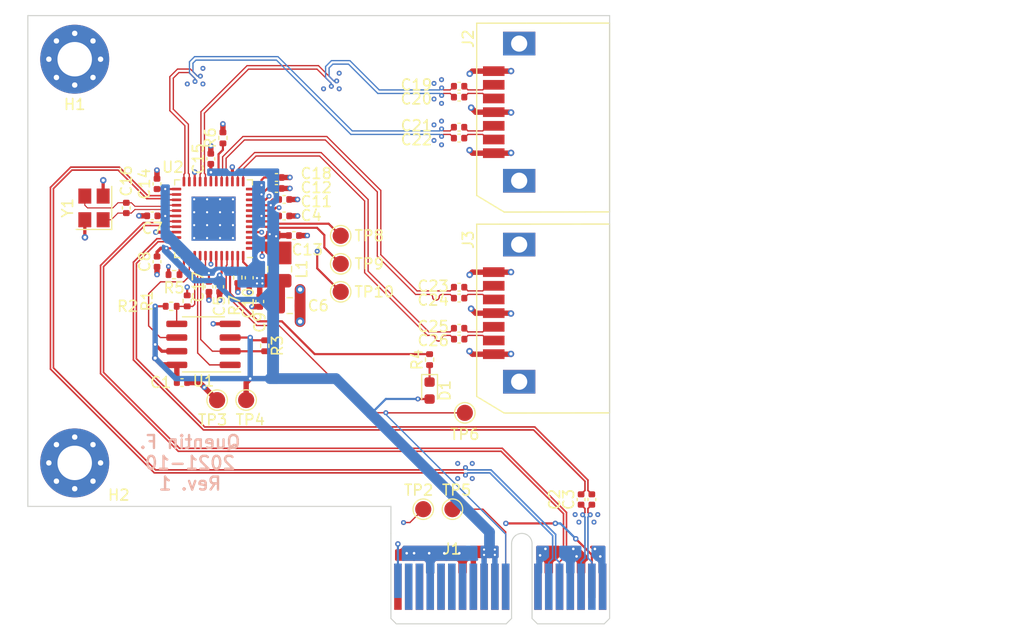
<source format=kicad_pcb>
(kicad_pcb (version 20211014) (generator pcbnew)
  (layers (0 "F.Cu" signal) (1 "In1.Cu" signal) (2 "In2.Cu" signal) (31 "B.Cu" signal) (34 "B.Paste" user) (35 "F.Paste" user) (36 "B.SilkS" user "B.Silkscreen") (37 "F.SilkS" user "F.Silkscreen") (38 "B.Mask" user) (39 "F.Mask" user) (44 "Edge.Cuts" user))
  (net 0 "")
  (net 2 "/+3.3V")
  (net 5 "GND")
  (net 8 "/PCIe_TX_P")
  (net 9 "/PCIe_TX_N")
  (net 11 "/ASM_1.2V")
  (net 16 "Net-(C16-Pad1)")
  (net 17 "Net-(C16-Pad2)")
  (net 18 "Net-(D1-Pad1)")
  (net 19 "Net-(J1-PadA1)")
  (net 20 "/PCIe_nRST")
  (net 21 "/PCIe_CLK_P")
  (net 22 "/PCIe_CLK_N")
  (net 23 "Net-(J1-PadB11)")
  (net 24 "/PCIe_RX_P")
  (net 25 "/PCIe_RX_N")
  (net 26 "Net-(L1-Pad1)")
  (net 27 "/ASM_SPI_DO")
  (net 28 "/ASM_SPI_DI")
  (net 29 "Net-(R4-Pad2)")
  (net 30 "Net-(R5-Pad2)")
  (net 31 "Net-(R6-Pad1)")
  (net 32 "Net-(TP8-Pad1)")
  (net 33 "Net-(TP9-Pad1)")
  (net 34 "Net-(TP10-Pad1)")
  (net 35 "/ASM_SPI_CS")
  (net 36 "/ASM_SPI_CLK")
  (net 37 "/RXB_P")
  (net 38 "/RXB_N")
  (net 39 "/TXB_N")
  (net 40 "/TXB_P")
  (net 41 "/TXA_P")
  (net 42 "/TXA_N")
  (net 43 "/RXA_N")
  (net 44 "/RXA_P")
  (net 45 "/PCIe_TX_CAP_P")
  (net 46 "/PCIe_TX_CAP_N")
  (net 47 "/TXA_CAP_N")
  (net 48 "/TXA_CAP_P")
  (net 49 "/RXA_CAP_P")
  (net 50 "/RXA_CAP_N")
  (net 51 "/TXB_CAP_P")
  (net 52 "/TXB_CAP_N")
  (net 53 "/RXB_CAP_N")
  (net 54 "/RXB_CAP_P")
  (net 55 "Net-(R7-Pad2)")
  (footprint "Capacitor_SMD:C_0402_1005Metric" (layer "F.Cu") (at 119.18 94.693258)
    (fp_text reference "C24")
    (fp_text value "0.1u")
  )
  (footprint "Capacitor_SMD:C_0402_1005Metric" (layer "F.Cu") (at 96.13 81.749639 90)
    (fp_text reference "C15")
    (fp_text value "0.1u")
  )
  (footprint "ASM1061:0674901220" (layer "F.Cu") (at 122.393049 77.418761 90)
    (fp_text reference "J2")
    (fp_text value "Conn_01x07_MountingPin")
  )
  (footprint "Capacitor_SMD:C_0402_1005Metric" (layer "F.Cu") (at 119.18 97.49)
    (fp_text reference "C25")
    (fp_text value "0.1u")
  )
  (footprint "Capacitor_SMD:C_0402_1005Metric" (layer "F.Cu") (at 99.7 92.804302 -90)
    (fp_text reference "C10")
    (fp_text value "0.1u")
  )
  (footprint "Capacitor_SMD:C_0402_1005Metric" (layer "F.Cu") (at 119.18 93.679497)
    (fp_text reference "C23")
    (fp_text value "0.1u")
  )
  (footprint "Inductor_SMD:L_1008_2520Metric" (layer "F.Cu") (at 102.52 92.004549 -90)
    (fp_text reference "L1")
    (fp_text value "4.7u")
  )
  (footprint "Capacitor_SMD:C_0402_1005Metric" (layer "F.Cu") (at 96.95 93.64 -90)
    (fp_text reference "C5")
    (fp_text value "0.1u")
  )
  (footprint "Connector_PCBEdge:BUS_PCIexpress_x1" (layer "F.Cu") (at 113.5 121.5)
    (fp_text reference "J1")
    (fp_text value "Bus_PCI_Express_x1")
    (fp_line (start 12.95 3.45) (end 19.15 3.45) (layer "Edge.Cuts") (width 0.1))
    (fp_line (start -0.15 3.45) (end 10.05 3.45) (layer "Edge.Cuts") (width 0.1))
    (fp_line (start 10.55 2.95) (end 10.05 3.45) (layer "Edge.Cuts") (width 0.1))
    (fp_line (start 12.45 2.95) (end 12.95 3.45) (layer "Edge.Cuts") (width 0.1))
    (fp_line (start 10.55 -4) (end 10.55 2.95) (layer "Edge.Cuts") (width 0.1))
    (fp_line (start 19.65 -4.95) (end 19.65 2.95) (layer "Edge.Cuts") (width 0.1))
    (fp_line (start -0.65 2.95) (end -0.15 3.45) (layer "Edge.Cuts") (width 0.1))
    (fp_line (start 12.45 -4) (end 12.45 2.95) (layer "Edge.Cuts") (width 0.1))
    (fp_line (start -0.65 -4.95) (end -0.65 2.95) (layer "Edge.Cuts") (width 0.1))
    (fp_line (start 19.65 2.95) (end 19.15 3.45) (layer "Edge.Cuts") (width 0.1))
    (fp_arc (start 10.55 -4) (mid 11.5 -4.95) (end 12.45 -4) (layer "Edge.Cuts") (width 0.1))
  )
  (footprint "MountingHole:MountingHole_3.2mm_M3_Pad_Via" (layer "F.Cu") (at 83.5 72.5 180)
    (fp_text reference "H1")
    (fp_text value "MountingHole_Pad")
  )
  (footprint "Package_SO:SOIC-8_3.9x4.9mm_P1.27mm" (layer "F.Cu") (at 95.45 98.99 180)
    (fp_text reference "U1")
    (fp_text value "IS25LQ512B")
  )
  (footprint "Capacitor_SMD:C_0402_1005Metric" (layer "F.Cu") (at 95.96 93.64 -90)
    (fp_text reference "C17")
    (fp_text value "0.1u")
  )
  (footprint "TestPoint:TestPoint_Pad_D1.5mm" (layer "F.Cu") (at 108.19 88.9 180)
    (fp_text reference "TP8")
    (fp_text value "TestPoint")
  )
  (footprint "Package_DFN_QFN:VQFN-48-1EP_7x7mm_P0.5mm_EP4.1x4.1mm_ThermalVias" (layer "F.Cu") (at 96.388049 87.313761 180)
    (fp_text reference "U2")
    (fp_text value "ASM1061")
  )
  (footprint "TestPoint:TestPoint_Pad_D1.5mm" (layer "F.Cu") (at 96.718558 104.17 180)
    (fp_text reference "TP3")
    (fp_text value "TestPoint")
  )
  (footprint "Resistor_SMD:R_0402_1005Metric" (layer "F.Cu") (at 97.256226 79.81 90)
    (fp_text reference "R6")
    (fp_text value "12K1 1%")
  )
  (footprint "Capacitor_SMD:C_0402_1005Metric" (layer "F.Cu") (at 91.13748 84.08 90)
    (fp_text reference "C14")
    (fp_text value "0.1u")
  )
  (footprint "Capacitor_SMD:C_0402_1005Metric" (layer "F.Cu") (at 103.849325 88.879992)
    (fp_text reference "C13")
    (fp_text value "0.1u")
  )
  (footprint "Capacitor_SMD:C_0805_2012Metric" (layer "F.Cu") (at 103.47 95.39)
    (fp_text reference "C6")
    (fp_text value "10u")
  )
  (footprint "Capacitor_SMD:C_0402_1005Metric" (layer "F.Cu") (at 90.7 87.05 180)
    (fp_text reference "C7")
    (fp_text value "0.1u")
  )
  (footprint "MountingHole:MountingHole_3.2mm_M3_Pad_Via" (layer "F.Cu") (at 83.5 110 180)
    (fp_text reference "H2")
    (fp_text value "MountingHole_Pad")
  )
  (footprint "Resistor_SMD:R_0402_1005Metric" (layer "F.Cu") (at 92.72 92.51)
    (fp_text reference "R5")
    (fp_text value "12K1 1%")
  )
  (footprint "Capacitor_SMD:C_0402_1005Metric" (layer "F.Cu") (at 91.14 91.31 -90)
    (fp_text reference "C8")
    (fp_text value "0.1u")
  )
  (footprint "Resistor_SMD:R_0402_1005Metric" (layer "F.Cu") (at 92.454545 95.45 180)
    (fp_text reference "R2")
    (fp_text value "4K7")
  )
  (footprint "Capacitor_SMD:C_0402_1005Metric" (layer "F.Cu") (at 93.46 102.54)
    (fp_text reference "C1")
    (fp_text value "0.1u")
  )
  (footprint "Capacitor_SMD:C_0402_1005Metric" (layer "F.Cu") (at 102.94 87.059489)
    (fp_text reference "C4")
    (fp_text value "0.1u")
  )
  (footprint "TestPoint:TestPoint_Pad_D1.5mm" (layer "F.Cu") (at 108.19 91.510798)
    (fp_text reference "TP9")
    (fp_text value "TestPoint")
  )
  (footprint "TestPoint:TestPoint_Pad_D1.5mm" (layer "F.Cu") (at 108.19 94.109602)
    (fp_text reference "TP10")
    (fp_text value "TestPoint")
  )
  (footprint "Capacitor_SMD:C_0402_1005Metric" (layer "F.Cu") (at 119.179664 75.01)
    (fp_text reference "C19")
    (fp_text value "0.1u")
  )
  (footprint "Capacitor_SMD:C_0402_1005Metric" (layer "F.Cu") (at 88.288049 86.313761 90)
    (fp_text reference "C16")
    (fp_text value "15p")
  )
  (footprint "Resistor_SMD:R_0402_1005Metric" (layer "F.Cu") (at 116.44 100.407642 90)
    (fp_text reference "R4")
    (fp_text value "1K")
  )
  (footprint "Capacitor_SMD:C_0402_1005Metric" (layer "F.Cu") (at 100.674663 95.01 -90)
    (fp_text reference "C9")
    (fp_text value "0.1u")
  )
  (footprint "TestPoint:TestPoint_Pad_D1.5mm" (layer "F.Cu") (at 99.413929 104.16 180)
    (fp_text reference "TP4")
    (fp_text value "TestPoint")
  )
  (footprint "LED_SMD:LED_0603_1608Metric" (layer "F.Cu") (at 116.44 103.28 -90)
    (fp_text reference "D1")
    (fp_text value "LED Yellow")
  )
  (footprint "TestPoint:TestPoint_Pad_D1.5mm" (layer "F.Cu") (at 115.851489 114.3)
    (fp_text reference "TP2")
    (fp_text value "TestPoint")
  )
  (footprint "Capacitor_SMD:C_0402_1005Metric" (layer "F.Cu") (at 130.5 113.4 90)
    (fp_text reference "C2")
    (fp_text value "0.22u")
  )
  (footprint "Resistor_SMD:R_0402_1005Metric" (layer "F.Cu") (at 98.64 92.78 90)
    (fp_text reference "R7")
    (fp_text value "4K7")
  )
  (footprint "Capacitor_SMD:C_0402_1005Metric" (layer "F.Cu") (at 102.229455 84.503682)
    (fp_text reference "C12")
    (fp_text value "0.1u")
  )
  (footprint "Resistor_SMD:R_0402_1005Metric" (layer "F.Cu") (at 101.14 99.12 -90)
    (fp_text reference "R3")
    (fp_text value "4K7")
  )
  (footprint "Resistor_SMD:R_0402_1005Metric" (layer "F.Cu") (at 93.939501 94.95 90)
    (fp_text reference "R1")
    (fp_text value "4K7")
  )
  (footprint "Capacitor_SMD:C_0402_1005Metric" (layer "F.Cu") (at 119.176033 78.816239)
    (fp_text reference "C21")
    (fp_text value "0.1u")
  )
  (footprint "Capacitor_SMD:C_0402_1005Metric" (layer "F.Cu") (at 102.229455 83.486607)
    (fp_text reference "C18")
    (fp_text value "0.1u")
  )
  (footprint "Capacitor_SMD:C_0402_1005Metric" (layer "F.Cu") (at 119.179664 76.023761)
    (fp_text reference "C20")
    (fp_text value "0.1u")
  )
  (footprint "Capacitor_SMD:C_0402_1005Metric" (layer "F.Cu") (at 102.94 85.527148)
    (fp_text reference "C11")
    (fp_text value "0.1u")
  )
  (footprint "Capacitor_SMD:C_0402_1005Metric" (layer "F.Cu") (at 119.176033 79.83)
    (fp_text reference "C22")
    (fp_text value "0.1u")
  )
  (footprint "TestPoint:TestPoint_Pad_D1.5mm" (layer "F.Cu") (at 119.71 105.35)
    (fp_text reference "TP6")
    (fp_text value "TestPoint")
  )
  (footprint "Capacitor_SMD:C_0402_1005Metric" (layer "F.Cu") (at 119.188049 98.503761)
    (fp_text reference "C26")
    (fp_text value "0.1u")
  )
  (footprint "TestPoint:TestPoint_Pad_D1.5mm" (layer "F.Cu") (at 118.560523 114.3)
    (fp_text reference "TP5")
    (fp_text value "TestPoint")
  )
  (footprint "ASM1061:0674901220" (layer "F.Cu") (at 122.393049 96.088761 90)
    (fp_text reference "J3")
    (fp_text value "Conn_01x07_MountingPin")
  )
  (footprint "Capacitor_SMD:C_0402_1005Metric" (layer "F.Cu") (at 131.5 113.4 90)
    (fp_text reference "C3")
    (fp_text value "0.22u")
  )
  (footprint "Crystal:Crystal_SMD_3225-4Pin_3.2x2.5mm" (layer "F.Cu") (at 85.288049 86.313761 90)
    (fp_text reference "Y1")
    (fp_text value "Crystal_GND24")
  )
  (gr_line (start 79.15 114.041432) (end 79.15 68.45) (layer "Edge.Cuts") (width 0.1))
  (gr_line (start 112.85 114.041432) (end 112.85 116.55) (layer "Edge.Cuts") (width 0.1))
  (gr_line (start 133.15 68.45) (end 79.15 68.45) (layer "Edge.Cuts") (width 0.1))
  (gr_line (start 79.15 114.041432) (end 112.85 114.041432) (layer "Edge.Cuts") (width 0.1))
  (gr_line (start 133.15 116.55) (end 133.15 68.45) (layer "Edge.Cuts") (width 0.1))
  (gr_text "Quentin F.\n2021-10\nRev. 1" (at 94.199583 110) (layer "B.SilkS") (effects (font (size 1.2 1.2) (thickness 0.22)) (justify mirror)))
  (segment (start 101.696239 86.063761) (end 101.7 86.06) (width 0.2) (layer "F.Cu") (net 2))
  (segment (start 97.925 98.355) (end 99.785 98.355) (width 0.2) (layer "F.Cu") (net 2))
  (segment (start 99.825549 86.063761) (end 101.696239 86.063761) (width 0.2) (layer "F.Cu") (net 2))
  (segment (start 96.14 83) (end 96.14 82.239639) (width 0.3) (layer "F.Cu") (net 2))
  (segment (start 96.138049 83.001951) (end 96.14 83) (width 0.2) (layer "F.Cu") (net 2))
  (segment (start 92.975 100.895) (end 91.598211 100.895) (width 0.5) (layer "F.Cu") (net 2))
  (segment (start 96.95 93.16) (end 96.95 92.56) (width 0.2) (layer "F.Cu") (net 2))
  (segment (start 99.413929 102.546071) (end 99.79 102.17) (width 0.5) (layer "F.Cu") (net 2))
  (segment (start 91.14 90.83) (end 91.14 90.41) (width 0.3) (layer "F.Cu") (net 2))
  (segment (start 101.882852 85.527148) (end 101.7 85.71) (width 0.2) (layer "F.Cu") (net 2))
  (segment (start 115.3575 104.0675) (end 115.35 104.06) (width 0.2) (layer "F.Cu") (net 2))
  (segment (start 99.413929 104.16) (end 99.413929 102.546071) (width 0.5) (layer "F.Cu") (net 2))
  (segment (start 116.44 104.0675) (end 115.3575 104.0675) (width 0.2) (layer "F.Cu") (net 2))
  (segment (start 97.138049 90.751261) (end 97.138049 92.371951) (width 0.2) (layer "F.Cu") (net 2))
  (segment (start 92.98 100.9) (end 92.975 100.895) (width 0.5) (layer "F.Cu") (net 2))
  (segment (start 92.003761 90.063761) (end 92 90.06) (width 0.2) (layer "F.Cu") (net 2))
  (segment (start 99.785 98.355) (end 99.79 98.36) (width 0.2) (layer "F.Cu") (net 2))
  (segment (start 91.14 90.41) (end 91.49 90.06) (width 0.3) (layer "F.Cu") (net 2))
  (segment (start 100.04 98.61) (end 99.79 98.36) (width 0.2) (layer "F.Cu") (net 2))
  (segment (start 101.14 98.61) (end 100.04 98.61) (width 0.2) (layer "F.Cu") (net 2))
  (segment (start 91.49 90.06) (end 92 90.06) (width 0.3) (layer "F.Cu") (net 2))
  (segment (start 92.975 99.625) (end 91.595546 99.625) (width 0.3) (layer "F.Cu") (net 2))
  (segment (start 102.46 85.527148) (end 101.882852 85.527148) (width 0.2) (layer "F.Cu") (net 2))
  (segment (start 97.138049 92.371951) (end 96.95 92.56) (width 0.2) (layer "F.Cu") (net 2))
  (segment (start 91.595546 99.625) (end 90.967929 98.997383) (width 0.3) (layer "F.Cu") (net 2))
  (segment (start 92.98 102.54) (end 92.98 100.9) (width 0.5) (layer "F.Cu") (net 2))
  (segment (start 96.14 82.239639) (end 96.13 82.229639) (width 0.3) (layer "F.Cu") (net 2))
  (segment (start 101.7 85.71) (end 101.7 86.06) (width 0.2) (layer "F.Cu") (net 2))
  (segment (start 92.950549 90.063761) (end 92.003761 90.063761) (width 0.2) (layer "F.Cu") (net 2))
  (segment (start 91.598211 100.895) (end 90.967575 100.264364) (width 0.5) (layer "F.Cu") (net 2))
  (segment (start 96.138049 83.876261) (end 96.138049 83.001951) (width 0.2) (layer "F.Cu") (net 2))
  (segment (start 91.944545 95.45) (end 90.97 95.45) (width 0.2) (layer "F.Cu") (net 2))
  (via (at 99.79 98.36) (size 0.5) (drill 0.24) (layers "F.Cu" "B.Cu") (net 2))
  (via (at 121.494627 118.04705) (size 0.46) (drill 0.2) (layers "F.Cu" "B.Cu") (net 2))
  (via (at 122.496256 118.04705) (size 0.46) (drill 0.2) (layers "F.Cu" "B.Cu") (net 2))
  (via (at 101.6 88.75) (size 0.46) (drill 0.2) (layers "F.Cu" "B.Cu") (net 2))
  (via (at 90.965073 98.997383) (size 0.5) (drill 0.24) (layers "F.Cu" "B.Cu") (net 2))
  (via (at 90.967575 100.264364) (size 0.6) (drill 0.3) (layers "F.Cu" "B.Cu") (net 2))
  (via (at 90.97 95.45) (size 0.46) (drill 0.2) (layers "F.Cu" "B.Cu") (net 2))
  (via (at 96.95 92.56) (size 0.46) (drill 0.2) (layers "F.Cu" "B.Cu") (net 2))
  (via (at 101.7 86.06) (size 0.46) (drill 0.2) (layers "F.Cu" "B.Cu") (net 2))
  (via (at 122.496256 118.545787) (size 0.46) (drill 0.2) (layers "F.Cu" "B.Cu") (net 2))
  (via (at 92 90.06) (size 0.46) (drill 0.2) (layers "F.Cu" "B.Cu") (net 2))
  (via (at 102.19823 88.947383) (size 0.46) (drill 0.2) (layers "F.Cu" "B.Cu") (net 2))
  (via (at 121.494627 118.545787) (size 0.46) (drill 0.2) (layers "F.Cu" "B.Cu") (net 2))
  (via (at 96.14 83) (size 0.5) (drill 0.24) (layers "F.Cu" "B.Cu") (net 2))
  (via (at 115.35 104.06) (size 0.46) (drill 0.2) (layers "F.Cu" "B.Cu") (net 2))
  (via (at 99.79 102.17) (size 0.5) (drill 0.24) (layers "F.Cu" "B.Cu") (net 2))
  (segment (start 90.967929 98.997383) (end 90.967929 95.452071) (width 0.5) (layer "B.Cu") (net 2))
  (segment (start 99.79 102.17) (end 99.79 98.36) (width 0.5) (layer "B.Cu") (net 2))
  (segment (start 96.95 93.6) (end 96.95 92.56) (width 0.5) (layer "B.Cu") (net 2))
  (segment (start 100.67 94.82) (end 98.17 94.82) (width 0.5) (layer "B.Cu") (net 2))
  (segment (start 101.7 93.79) (end 100.67 94.82) (width 0.5) (layer "B.Cu") (net 2))
  (segment (start 111.005 105.435) (end 121.998954 116.428954) (width 1) (layer "B.Cu") (net 2))
  (segment (start 90.967575 100.264364) (end 90.967575 98.997737) (width 0.5) (layer "B.Cu") (net 2))
  (segment (start 101.7 93.79) (end 101.7 89.445613) (width 0.5) (layer "B.Cu") (net 2))
  (segment (start 101.63 102.17) (end 107.74 102.17) (width 1) (layer "B.Cu") (net 2))
  (segment (start 112.38 104.06) (end 111.005 105.435) (width 0.2) (layer "B.Cu") (net 2))
  (segment (start 92.873211 102.17) (end 90.967575 100.264364) (width 0.5) (layer "B.Cu") (net 2))
  (segment (start 90.967575 98.997737) (end 90.967929 98.997383) (width 0.5) (layer "B.Cu") (net 2))
  (segment (start 107.74 102.17) (end 111.005 105.435) (width 1) (layer "B.Cu") (net 2))
  (segment (start 99.79 102.17) (end 101.63 102.17) (width 0.5) (layer "B.Cu") (net 2))
  (segment (start 101.7 89.445613) (end 102.19823 88.947383) (width 0.5) (layer "B.Cu") (net 2))
  (segment (start 121.998954 116.428954) (end 121.998954 118.351863) (width 1) (layer "B.Cu") (net 2))
  (segment (start 115.35 104.06) (end 112.38 104.06) (width 0.2) (layer "B.Cu") (net 2))
  (segment (start 90.967929 95.452071) (end 90.97 95.45) (width 0.5) (layer "B.Cu") (net 2))
  (segment (start 99.79 102.17) (end 92.873211 102.17) (width 0.5) (layer "B.Cu") (net 2))
  (segment (start 98.17 94.82) (end 96.95 93.6) (width 0.5) (layer "B.Cu") (net 2))
  (segment (start 122.393049 77.418761) (end 120.718761 77.418761) (width 0.5) (layer "F.Cu") (net 5))
  (segment (start 96.36663 97.085) (end 96.357614 97.075984) (width 0.3) (layer "F.Cu") (net 5))
  (segment (start 102.18 86.29) (end 102.47 86.29) (width 0.2) (layer "F.Cu") (net 5))
  (segment (start 120.428761 81.228761) (end 120.15 80.95) (width 0.5) (layer "F.Cu") (net 5))
  (segment (start 96.718558 104.168558) (end 95.53 102.98) (width 0.5) (layer "F.Cu") (net 5))
  (segment (start 96.95 94.878938) (end 96.95207 94.881008) (width 0.5) (layer "F.Cu") (net 5))
  (segment (start 90.22 87.05) (end 89.461857 87.05) (width 0.5) (layer "F.Cu") (net 5))
  (segment (start 94.694987 102.539073) (end 95.089073 102.539073) (width 0.5) (layer "F.Cu") (net 5))
  (segment (start 99.7 94.14577) (end 99.701394 94.147164) (width 0.5) (layer "F.Cu") (net 5))
  (segment (start 100.674663 95.49) (end 99.94 95.49) (width 0.5) (layer "F.Cu") (net 5))
  (segment (start 89.461857 87.05) (end 89.459058 87.047201) (width 0.5) (layer "F.Cu") (net 5))
  (segment (start 103.473393 83.486607) (end 103.48 83.48) (width 0.5) (layer "F.Cu") (net 5))
  (segment (start 122.385905 99.903939) (end 120.421617 99.903939) (width 0.5) (layer "F.Cu") (net 5))
  (segment (start 102.09 86.38) (end 102.18 86.29) (width 0.2) (layer "F.Cu") (net 5))
  (segment (start 97.256226 79.3) (end 97.256226 78.51) (width 0.5) (layer "F.Cu") (net 5))
  (segment (start 123.991239 73.608761) (end 124 73.6) (width 0.5) (layer "F.Cu") (net 5))
  (segment (start 91.13748 82.80748) (end 91.13 82.8) (width 0.5) (layer "F.Cu") (net 5))
  (segment (start 120.718761 77.418761) (end 120.3 77) (width 0.5) (layer "F.Cu") (net 5))
  (segment (start 84.438049 87.413761) (end 84.438049 89.038049) (width 0.3) (layer "F.Cu") (net 5))
  (segment (start 101.906239 86.563761) (end 102.09 86.38) (width 0.2) (layer "F.Cu") (net 5))
  (segment (start 93.939501 94.44) (end 93.939501 93.67) (width 0.2) (layer "F.Cu") (net 5))
  (segment (start 98.138049 82.518049) (end 98.13 82.51) (width 0.3) (layer "F.Cu") (net 5))
  (segment (start 98.64 93.29) (end 98.64 94.132793) (width 0.5) (layer "F.Cu") (net 5))
  (segment (start 122.393049 73.608761) (end 123.991239 73.608761) (width 0.5) (layer "F.Cu") (net 5))
  (segment (start 94.69406 102.54) (end 94.694987 102.539073) (width 0.5) (layer "F.Cu") (net 5))
  (segment (start 122.393049 73.608761) (end 120.406761 73.608761) (width 0.5) (layer "F.Cu") (net 5))
  (segment (start 92.246239 88.563761) (end 91.023398 88.563761) (width 0.3) (layer "F.Cu") (net 5))
  (segment (start 86.138049 83.761951) (end 86.15 83.75) (width 0.3) (layer "F.Cu") (net 5))
  (segment (start 91.13748 83.6) (end 91.13748 82.80748) (width 0.5) (layer "F.Cu") (net 5))
  (segment (start 114.611489 115.54) (end 114.02 115.54) (width 0.127) (layer "F.Cu") (net 5))
  (segment (start 115.851489 114.3) (end 114.611489 115.54) (width 0.127) (layer "F.Cu") (net 5))
  (segment (start 86.138049 85.213761) (end 86.138049 83.761951) (width 0.3) (layer "F.Cu") (net 5))
  (segment (start 95.96 94.12) (end 95.96 94.88) (width 0.5) (layer "F.Cu") (net 5))
  (segment (start 122.385905 96.093939) (end 120.711617 96.093939) (width 0.5) (layer "F.Cu") (net 5))
  (segment (start 122.385905 96.093939) (end 123.961617 96.093939) (width 0.5) (layer "F.Cu") (net 5))
  (segment (start 102.709455 83.486607) (end 103.473393 83.486607) (width 0.5) (layer "F.Cu") (net 5))
  (segment (start 98.64 94.132793) (end 98.65204 94.144833) (width 0.5) (layer "F.Cu") (net 5))
  (segment (start 104.42 95.39) (end 104.42 93.89) (width 1) (layer "F.Cu") (net 5))
  (segment (start 101.20065 85.563761) (end 101.541793 85.222618) (width 0.2) (layer "F.Cu") (net 5))
  (segment (start 104.329325 88.879992) (end 105.086917 88.879992) (width 0.5) (layer "F.Cu") (net 5))
  (segment (start 122.385905 99.903939) (end 123.964095 99.903939) (width 0.5) (layer "F.Cu") (net 5))
  (segment (start 96.13 81.269639) (end 96.13 80.55) (width 0.5) (layer "F.Cu") (net 5))
  (segment (start 96.95 94.12) (end 96.95 94.878938) (width 0.5) (layer "F.Cu") (net 5))
  (segment (start 122.393049 81.228761) (end 120.428761 81.228761) (width 0.5) (layer "F.Cu") (net 5))
  (segment (start 104.179137 85.527148) (end 104.179282 85.527003) (width 0.5) (layer "F.Cu") (net 5))
  (segment (start 100.613761 90.063761) (end 100.9 90.35) (width 0.2) (layer "F.Cu") (net 5))
  (segment (start 122.393049 77.418761) (end 123.968761 77.418761) (width 0.5) (layer "F.Cu") (net 5))
  (segment (start 98.138049 83.158049) (end 98.138049 82.518049) (width 0.3) (layer "F.Cu") (net 5))
  (segment (start 103.476318 84.503682) (end 103.48 84.5) (width 0.5) (layer "F.Cu") (net 5))
  (segment (start 96.138049 90.751261) (end 96.138049 91.538049) (width 0.2) (layer "F.Cu") (net 5))
  (segment (start 122.393049 81.228761) (end 123.971239 81.228761) (width 0.5) (layer "F.Cu") (net 5))
  (segment (start 104.42 95.39) (end 104.42 96.87) (width 1) (layer "F.Cu") (net 5))
  (segment (start 102.709455 84.503682) (end 103.476318 84.503682) (width 0.5) (layer "F.Cu") (net 5))
  (segment (start 94.638049 83.876261) (end 94.638049 82.991951) (width 0.2) (layer "F.Cu") (net 5))
  (segment (start 120.406761 73.608761) (end 120.163305 73.852217) (width 0.5) (layer "F.Cu") (net 5))
  (segment (start 92.950549 88.563761) (end 92.246239 88.563761) (width 0.2) (layer "F.Cu") (net 5))
  (segment (start 99.825549 86.563761) (end 101.906239 86.563761) (width 0.2) (layer "F.Cu") (net 5))
  (segment (start 96.138049 91.538049) (end 96.14 91.54) (width 0.2) (layer "F.Cu") (net 5))
  (segment (start 94.638049 82.991951) (end 94.64 82.99) (width 0.2) (layer "F.Cu") (net 5))
  (segment (start 120.711617 96.093939) (end 120.292856 95.675178) (width 0.5) (layer "F.Cu") (net 5))
  (segment (start 98.138049 83.876261) (end 98.138049 83.158049) (width 0.2) (layer "F.Cu") (net 5))
  (segment (start 96.718558 104.17) (end 96.718558 104.168558) (width 0.5) (layer "F.Cu") (net 5))
  (segment (start 100.9 90.35) (end 100.9 90.8) (width 0.2) (layer "F.Cu") (net 5))
  (segment (start 92.21 92.51) (end 92.21 91.76) (width 0.3) (layer "F.Cu") (net 5))
  (segment (start 84.438049 89.038049) (end 84.45 89.05) (width 0.3) (layer "F.Cu") (net 5))
  (segment (start 91.14 91.79) (end 91.14 92.51) (width 0.5) (layer "F.Cu") (net 5))
  (segment (start 99.825549 90.063761) (end 100.613761 90.063761) (width 0.2) (layer "F.Cu") (net 5))
  (segment (start 95.089073 102.539073) (end 95.53 102.98) (width 0.5) (layer "F.Cu") (net 5))
  (segment (start 99.825549 85.563761) (end 101.20065 85.563761) (width 0.2) (layer "F.Cu") (net 5))
  (segment (start 103.42 87.059489) (end 104.183374 87.059489) (width 0.5) (layer "F.Cu") (net 5))
  (segment (start 91.023398 88.563761) (end 91.02 88.567159) (width 0.3) (layer "F.Cu") (net 5))
  (segment (start 93.94 102.54) (end 94.69406 102.54) (width 0.5) (layer "F.Cu") (net 5))
  (segment (start 122.385905 92.283939) (end 123.984095 92.283939) (width 0.5) (layer "F.Cu") (net 5))
  (segment (start 120.421617 99.903939) (end 120.142856 99.625178) (width 0.5) (layer "F.Cu") (net 5))
  (segment (start 105.086917 88.879992) (end 105.086925 88.88) (width 0.5) (layer "F.Cu") (net 5))
  (segment (start 97.925 97.085) (end 96.36663 97.085) (width 0.3) (layer "F.Cu") (net 5))
  (segment (start 103.42 85.527148) (end 104.179137 85.527148) (width 0.5) (layer "F.Cu") (net 5))
  (segment (start 104.183374 87.059489) (end 104.184408 87.060523) (width 0.5) (layer "F.Cu") (net 5))
  (segment (start 99.7 93.284302) (end 99.7 94.14577) (width 0.5) (layer "F.Cu") (net 5))
  (segment (start 92.21 91.76) (end 92.2 91.75) (width 0.3) (layer "F.Cu") (net 5))
  (segment (start 122.385905 92.283939) (end 120.399617 92.283939) (width 0.5) (layer "F.Cu") (net 5))
  (segment (start 123.968761 77.418761) (end 124 77.45) (width 0.5) (layer "F.Cu") (net 5))
  (segment (start 123.971239 81.228761) (end 124 81.2) (width 0.5) (layer "F.Cu") (net 5))
  (segment (start 120.399617 92.283939) (end 120.156161 92.527395) (width 0.5) (layer "F.Cu") (net 5))
  (via (at 116.85 78.6) (size 0.46) (drill 0.2) (layers "F.Cu" "B.Cu") (net 5))
  (via (at 131.783575 117.992591) (size 0.5) (drill 0.24) (layers "F.Cu" "B.Cu") (net 5))
  (via (at 129.778234 117.988191) (size 0.5) (drill 0.24) (layers "F.Cu" "B.Cu") (net 5))
  (via (at 126.694015 118.589068) (size 0.5) (drill 0.24) (layers "F.Cu" "B.Cu") (net 5))
  (via (at 132.05 114.8) (size 0.46) (drill 0.2) (layers "F.Cu" "B.Cu") (net 5))
  (via (at 94.64 82.99) (size 0.5) (drill 0.24) (layers "F.Cu" "B.Cu") (net 5))
  (via (at 119.05 111.45) (size 0.46) (drill 0.2) (layers "F.Cu" "B.Cu") (net 5))
  (via (at 95.96 94.88) (size 0.5) (drill 0.24) (layers "F.Cu" "B.Cu") (net 5))
  (via (at 99.94 95.49) (size 0.46) (drill 0.2) (layers "F.Cu" "B.Cu") (net 5))
  (via (at 95.53 102.98) (size 0.5) (drill 0.24) (layers "F.Cu" "B.Cu") (net 5))
  (via (at 96.357614 97.075984) (size 0.5) (drill 0.24) (layers "F.Cu" "B.Cu") (net 5))
  (via (at 93.95 74.8) (size 0.46) (drill 0.2) (layers "F.Cu" "B.Cu") (net 5))
  (via (at 130.080667 118.687567) (size 0.5) (drill 0.24) (layers "F.Cu" "B.Cu") (net 5))
  (via (at 119.20053 118.389253) (size 0.5) (drill 0.24) (layers "F.Cu" "B.Cu") (net 5))
  (via (at 100.9 90.8) (size 0.5) (drill 0.24) (layers "F.Cu" "B.Cu") (net 5))
  (via (at 117.55 78.25) (size 0.46) (drill 0.2) (layers "F.Cu" "B.Cu") (net 5))
  (via (at 119.05 110.05) (size 0.46) (drill 0.2) (layers "F.Cu" "B.Cu") (net 5))
  (via (at 91.13 82.8) (size 0.5) (drill 0.24) (layers "F.Cu" "B.Cu") (net 5))
  (via (at 127.191967 117.986451) (size 0.5) (drill 0.24) (layers "F.Cu" "B.Cu") (net 5))
  (via (at 104.179282 85.527003) (size 0.5) (drill 0.24) (layers "F.Cu" "B.Cu") (net 5))
  (via (at 117.55 76.6) (size 0.46) (drill 0.2) (layers "F.Cu" "B.Cu") (net 5))
  (via (at 120.4 111.451408) (size 0.46) (drill 0.2) (layers "F.Cu" "B.Cu") (net 5))
  (via (at 123.992856 96.125178) (size 0.6) (drill 0.3) (layers "F.Cu" "B.Cu") (net 5))
  (via (at 117.55 74.4) (size 0.46) (drill 0.2) (layers "F.Cu" "B.Cu") (net 5))
  (via (at 91.02 88.567159) (size 0.5) (drill 0.24) (layers "F.Cu" "B.Cu") (net 5))
  (via (at 86.15 83.75) (size 0.6) (drill 0.3) (layers "F.Cu" "B.Cu") (net 5))
  (via (at 108.05 75.25) (size 0.46) (drill 0.2) (layers "F.Cu" "B.Cu") (net 5))
  (via (at 116.85 80.05) (size 0.46) (drill 0.2) (layers "F.Cu" "B.Cu") (net 5))
  (via (at 99.701394 94.147164) (size 0.5) (drill 0.24) (layers "F.Cu" "B.Cu") (net 5))
  (via (at 116.401468 118.389253) (size 0.5) (drill 0.24) (layers "F.Cu" "B.Cu") (net 5))
  (via (at 114.02 115.54) (size 0.46) (drill 0.2) (layers "F.Cu" "B.Cu") (net 5))
  (via (at 120.163305 73.852217) (size 0.6) (drill 0.3) (layers "F.Cu" "B.Cu") (net 5))
  (via (at 120.292856 95.675178) (size 0.6) (drill 0.3) (layers "F.Cu" "B.Cu") (net 5))
  (via (at 96.95207 94.881008) (size 0.5) (drill 0.24) (layers "F.Cu" "B.Cu") (net 5))
  (via (at 120.142856 99.625178) (size 0.6) (drill 0.3) (layers "F.Cu" "B.Cu") (net 5))
  (via (at 117.801824 118.389253) (size 0.5) (drill 0.24) (layers "F.Cu" "B.Cu") (net 5))
  (via (at 101.541793 85.222618) (size 0.46) (drill 0.2) (layers "F.Cu" "B.Cu") (net 5))
  (via (at 102.47 86.29) (size 0.46) (drill 0.2) (layers "F.Cu" "B.Cu") (net 5))
  (via (at 106.6 75.25) (size 0.46) (drill 0.2) (layers "F.Cu" "B.Cu") (net 5))
  (via (at 104.184408 87.060523) (size 0.5) (drill 0.24) (layers "F.Cu" "B.Cu") (net 5))
  (via (at 104.42 93.89) (size 0.8) (drill 0.4) (layers "F.Cu" "B.Cu") (net 5))
  (via (at 105.086925 88.88) (size 0.5) (drill 0.24) (layers "F.Cu" "B.Cu") (net 5))
  (via (at 93.939501 93.67) (size 0.5) (drill 0.24) (layers "F.Cu" "B.Cu") (net 5))
  (via (at 114.314536 118.39) (size 0.5) (drill 0.24) (layers "F.Cu" "B.Cu") (net 5))
  (via (at 117.55 80.45) (size 0.46) (drill 0.2) (layers "F.Cu" "B.Cu") (net 5))
  (via (at 98.13 82.51) (size 0.5) (drill 0.24) (layers "F.Cu" "B.Cu") (net 5))
  (via (at 103.48 83.48) (size 0.5) (drill 0.24) (layers "F.Cu" "B.Cu") (net 5))
  (via (at 96.13 80.55) (size 0.5) (drill 0.24) (layers "F.Cu" "B.Cu") (net 5))
  (via (at 123.992856 99.875178) (size 0.6) (drill 0.3) (layers "F.Cu" "B.Cu") (net 5))
  (via (at 95.4 73.35) (size 0.46) (drill 0.2) (layers "F.Cu" "B.Cu") (net 5))
  (via (at 97.256226 78.51) (size 0.5) (drill 0.24) (layers "F.Cu" "B.Cu") (net 5))
  (via (at 124 77.45) (size 0.6) (drill 0.3) (layers "F.Cu" "B.Cu") (net 5))
  (via (at 120.3 77) (size 0.6) (drill 0.3) (layers "F.Cu" "B.Cu") (net 5))
  (via (at 116.85 76.2) (size 0.46) (drill 0.2) (layers "F.Cu" "B.Cu") (net 5))
  (via (at 114.999591 118.389253) (size 0.5) (drill 0.24) (layers "F.Cu" "B.Cu") (net 5))
  (via (at 124 73.6) (size 0.6) (drill 0.3) (layers "F.Cu" "B.Cu") (net 5))
  (via (at 124 81.2) (size 0.6) (drill 0.3) (layers "F.Cu" "B.Cu") (net 5))
  (via (at 120.156161 92.527395) (size 0.6) (drill 0.3) (layers "F.Cu" "B.Cu") (net 5))
  (via (at 91.14 92.51) (size 0.5) (drill 0.24) (layers "F.Cu" "B.Cu") (net 5))
  (via (at 120.15 80.95) (size 0.6) (drill 0.3) (layers "F.Cu" "B.Cu") (net 5))
  (via (at 108.05 73.8) (size 0.46) (drill 0.2) (layers "F.Cu" "B.Cu") (net 5))
  (via (at 98.65204 94.144833) (size 0.5) (drill 0.24) (layers "F.Cu" "B.Cu") (net 5))
  (via (at 96.14 91.54) (size 0.46) (drill 0.2) (layers "F.Cu" "B.Cu") (net 5))
  (via (at 89.459058 87.047201) (size 0.5) (drill 0.24) (layers "F.Cu" "B.Cu") (net 5))
  (via (at 123.992856 92.275178) (size 0.6) (drill 0.3) (layers "F.Cu" "B.Cu") (net 5))
  (via (at 95.4 74.8) (size 0.46) (drill 0.2) (layers "F.Cu" "B.Cu") (net 5))
  (via (at 129.95 114.8) (size 0.46) (drill 0.2) (layers "F.Cu" "B.Cu") (net 5))
  (via (at 104.42 96.87) (size 0.8) (drill 0.4) (layers "F.Cu" "B.Cu") (net 5))
  (via (at 84.45 89.05) (size 0.6) (drill 0.3) (layers "F.Cu" "B.Cu") (net 5))
  (via (at 116.85 74.75) (size 0.46) (drill 0.2) (layers "F.Cu" "B.Cu") (net 5))
  (via (at 103.48 84.5) (size 0.5) (drill 0.24) (layers "F.Cu" "B.Cu") (net 5))
  (via (at 131.7 115.5) (size 0.46) (drill 0.2) (layers "F.Cu" "B.Cu") (net 5))
  (via (at 92.2 91.75) (size 0.46) (drill 0.2) (layers "F.Cu" "B.Cu") (net 5))
  (via (at 120.4 110.051408) (size 0.46) (drill 0.2) (layers "F.Cu" "B.Cu") (net 5))
  (via (at 130.3 115.5) (size 0.46) (drill 0.2) (layers "F.Cu" "B.Cu") (net 5))
  (via (at 132.282819 118.6919) (size 0.5) (drill 0.24) (layers "F.Cu" "B.Cu") (net 5))
  (segment (start 92.950549 89.063761) (end 92.225 89.063761) (width 0.149098) (layer "F.Cu") (net 8))
  (segment (start 91.130866 89.175712) (end 88.95 91.356578) (width 0.149098) (layer "F.Cu") (net 8))
  (segment (start 130.861951 111.707183) (end 130.861951 112.558049) (width 0.149098) (layer "F.Cu") (net 8))
  (segment (start 88.95 100.435232) (end 95.452817 106.938049) (width 0.149098) (layer "F.Cu") (net 8))
  (segment (start 88.95 91.356578) (end 88.95 100.435232) (width 0.149098) (layer "F.Cu") (net 8))
  (segment (start 92.113049 89.175712) (end 91.130866 89.175712) (width 0.149098) (layer "F.Cu") (net 8))
  (segment (start 130.861951 112.558049) (end 130.5 112.92) (width 0.149098) (layer "F.Cu") (net 8))
  (segment (start 95.452817 106.938049) (end 126.092817 106.938049) (width 0.149098) (layer "F.Cu") (net 8))
  (segment (start 126.092817 106.938049) (end 130.861951 111.707183) (width 0.149098) (layer "F.Cu") (net 8))
  (segment (start 92.225 89.063761) (end 92.113049 89.175712) (width 0.149098) (layer "F.Cu") (net 8))
  (segment (start 92.950549 89.563761) (end 92.225 89.563761) (width 0.149098) (layer "F.Cu") (net 9))
  (segment (start 91.245232 89.45181) (end 89.226098 91.470944) (width 0.149098) (layer "F.Cu") (net 9))
  (segment (start 126.207183 106.661951) (end 131.138049 111.592817) (width 0.149098) (layer "F.Cu") (net 9))
  (segment (start 89.226098 100.320866) (end 95.567183 106.661951) (width 0.149098) (layer "F.Cu") (net 9))
  (segment (start 92.225 89.563761) (end 92.113049 89.45181) (width 0.149098) (layer "F.Cu") (net 9))
  (segment (start 92.113049 89.45181) (end 91.245232 89.45181) (width 0.149098) (layer "F.Cu") (net 9))
  (segment (start 131.138049 112.558049) (end 131.5 112.92) (width 0.149098) (layer "F.Cu") (net 9))
  (segment (start 89.226098 91.470944) (end 89.226098 100.320866) (width 0.149098) (layer "F.Cu") (net 9))
  (segment (start 131.138049 111.592817) (end 131.138049 112.558049) (width 0.149098) (layer "F.Cu") (net 9))
  (segment (start 95.567183 106.661951) (end 126.207183 106.661951) (width 0.149098) (layer "F.Cu") (net 9))
  (segment (start 100.114302 92.324302) (end 100.42 92.63) (width 0.3) (layer "F.Cu") (net 11))
  (segment (start 95.96 93.16) (end 95.96 92.37) (width 0.2) (layer "F.Cu") (net 11))
  (segment (start 99.825549 85.063761) (end 100.836239 85.063761) (width 0.2) (layer "F.Cu") (net 11))
  (segment (start 91.13748 84.56) (end 91.9 84.56) (width 0.3) (layer "F.Cu") (net 11))
  (segment (start 99.825549 87.063761) (end 100.836239 87.063761) (width 0.2) (layer "F.Cu") (net 11))
  (segment (start 92.950549 84.563761) (end 91.903761 84.563761) (width 0.2) (layer "F.Cu") (net 11))
  (segment (start 101.073393 83.486607) (end 100.84 83.72) (width 0.2) (layer "F.Cu") (net 11))
  (segment (start 99.138049 91.338049) (end 99.7 91.9) (width 0.2) (layer "F.Cu") (net 11))
  (segment (start 99.825549 84.563761) (end 100.476239 84.563761) (width 0.2) (layer "F.Cu") (net 11))
  (segment (start 96.34 92.37) (end 95.96 92.37) (width 0.2) (layer "F.Cu") (net 11))
  (segment (start 100.476239 84.563761) (end 100.84 84.2) (width 0.2) (layer "F.Cu") (net 11))
  (segment (start 102.52 93.079549) (end 102.52 94.848837) (width 1) (layer "F.Cu") (net 11))
  (segment (start 100.42 92.63) (end 100.42 92.830787) (width 0.3) (layer "F.Cu") (net 11))
  (segment (start 100.836239 87.063761) (end 100.84 87.06) (width 0.2) (layer "F.Cu") (net 11))
  (segment (start 92.950549 87.063761) (end 91.9 87.063761) (width 0.2) (layer "F.Cu") (net 11))
  (segment (start 102.46 87.059489) (end 100.840511 87.059489) (width 0.2) (layer "F.Cu") (net 11))
  (segment (start 91.9 87.063761) (end 91.193761 87.063761) (width 0.3) (layer "F.Cu") (net 11))
  (segment (start 100.674663 94.53) (end 100.674663 93.084663) (width 0.5) (layer "F.Cu") (net 11))
  (segment (start 96.638049 92.071951) (end 96.34 92.37) (width 0.2) (layer "F.Cu") (net 11))
  (segment (start 99.138049 90.751261) (end 99.138049 91.338049) (width 0.2) (layer "F.Cu") (net 11))
  (segment (start 101.749455 84.503682) (end 101.396318 84.503682) (width 0.2) (layer "F.Cu") (net 11))
  (segment (start 99.7 92.324302) (end 100.114302 92.324302) (width 0.3) (layer "F.Cu") (net 11))
  (segment (start 100.840511 87.059489) (end 100.84 87.06) (width 0.2) (layer "F.Cu") (net 11))
  (segment (start 96.638049 90.751261) (end 96.638049 92.071951) (width 0.2) (layer "F.Cu") (net 11))
  (segment (start 100.84 83.72) (end 100.84 84.2) (width 0.2) (layer "F.Cu") (net 11))
  (segment (start 100.836239 85.063761) (end 100.84 85.06) (width 0.2) (layer "F.Cu") (net 11))
  (segment (start 91.903761 84.563761) (end 91.9 84.56) (width 0.2) (layer "F.Cu") (net 11))
  (segment (start 101.396318 84.503682) (end 100.84 85.06) (width 0.2) (layer "F.Cu") (net 11))
  (segment (start 99.7 91.9) (end 99.7 92.324302) (width 0.2) (layer "F.Cu") (net 11))
  (segment (start 100.674663 93.084663) (end 100.67 93.08) (width 0.5) (layer "F.Cu") (net 11))
  (segment (start 91.193761 87.063761) (end 91.18 87.05) (width 0.3) (layer "F.Cu") (net 11))
  (segment (start 101.749455 83.486607) (end 101.073393 83.486607) (width 0.2) (layer "F.Cu") (net 11))
  (via (at 91.9 84.56) (size 0.46) (drill 0.2) (layers "F.Cu" "B.Cu") (net 11))
  (via (at 100.920401 92.830787) (size 0.46) (drill 0.2) (layers "F.Cu" "B.Cu") (net 11))
  (via (at 95.96 92.37) (size 0.46) (drill 0.2) (layers "F.Cu" "B.Cu") (net 11))
  (via (at 100.42 92.830787) (size 0.46) (drill 0.2) (layers "F.Cu" "B.Cu") (net 11))
  (via (at 91.9 87.063761) (size 0.46) (drill 0.2) (layers "F.Cu" "B.Cu") (net 11))
  (via (at 100.92099 93.330736) (size 0.46) (drill 0.2) (layers "F.Cu" "B.Cu") (net 11))
  (via (at 100.84 84.2) (size 0.46) (drill 0.2) (layers "F.Cu" "B.Cu") (net 11))
  (via (at 100.84 87.06) (size 0.46) (drill 0.2) (layers "F.Cu" "B.Cu") (net 11))
  (via (at 100.84 85.06) (size 0.46) (drill 0.2) (layers "F.Cu" "B.Cu") (net 11))
  (via (at 100.42 93.330787) (size 0.46) (drill 0.2) (layers "F.Cu" "B.Cu") (net 11))
  (segment (start 88.758049 86.793761) (end 89.088049 86.463761) (width 0.1) (layer "F.Cu") (net 16))
  (segment (start 86.138049 87.413761) (end 86.888049 87.413761) (width 0.1) (layer "F.Cu") (net 16))
  (segment (start 86.888049 87.413761) (end 87.508049 86.793761) (width 0.1) (layer "F.Cu") (net 16))
  (segment (start 89.088049 86.463761) (end 92.138049 86.463761) (width 0.1) (layer "F.Cu") (net 16))
  (segment (start 87.508049 86.793761) (end 88.288049 86.793761) (width 0.1) (layer "F.Cu") (net 16))
  (segment (start 92.138049 86.463761) (end 92.238049 86.563761) (width 0.1) (layer "F.Cu") (net 16))
  (segment (start 92.238049 86.563761) (end 92.950549 86.563761) (width 0.1) (layer "F.Cu") (net 16))
  (segment (start 88.288049 86.793761) (end 88.758049 86.793761) (width 0.1) (layer "F.Cu") (net 16))
  (segment (start 84.438049 85.213761) (end 84.438049 86.063761) (width 0.1) (layer "F.Cu") (net 17))
  (segment (start 89.088049 86.163761) (end 92.138049 86.163761) (width 0.1) (layer "F.Cu") (net 17))
  (segment (start 87.518049 85.833761) (end 88.288049 85.833761) (width 0.1) (layer "F.Cu") (net 17))
  (segment (start 92.238049 86.063761) (end 92.950549 86.063761) (width 0.1) (layer "F.Cu") (net 17))
  (segment (start 84.438049 86.063761) (end 84.688049 86.313761) (width 0.1) (layer "F.Cu") (net 17))
  (segment (start 88.758049 85.833761) (end 89.088049 86.163761) (width 0.1) (layer "F.Cu") (net 17))
  (segment (start 92.138049 86.163761) (end 92.238049 86.063761) (width 0.1) (layer "F.Cu") (net 17))
  (segment (start 88.288049 85.833761) (end 88.758049 85.833761) (width 0.1) (layer "F.Cu") (net 17))
  (segment (start 84.688049 86.313761) (end 87.038049 86.313761) (width 0.1) (layer "F.Cu") (net 17))
  (segment (start 87.038049 86.313761) (end 87.518049 85.833761) (width 0.1) (layer "F.Cu") (net 17))
  (segment (start 116.44 100.917642) (end 116.44 102.4925) (width 0.2) (layer "F.Cu") (net 18))
  (segment (start 131.5 118.54) (end 130.01 117.05) (width 0.2) (layer "F.Cu") (net 19))
  (segment (start 128.11 115.62) (end 123.52 115.62) (width 0.2) (layer "F.Cu") (net 19))
  (segment (start 131.5 120.95) (end 131.5 118.54) (width 0.2) (layer "F.Cu") (net 19))
  (via (at 128.11 115.62) (size 0.5) (drill 0.24) (layers "F.Cu" "B.Cu") (net 19))
  (via (at 130.01 117.05) (size 0.5) (drill 0.24) (layers "F.Cu" "B.Cu") (net 19))
  (via (at 113.5 117.53) (size 0.5) (drill 0.24) (layers "F.Cu" "B.Cu") (net 19))
  (via (at 123.52 115.62) (size 0.5) (drill 0.24) (layers "F.Cu" "B.Cu") (net 19))
  (segment (start 130.01 117.05) (end 128.58 115.62) (width 0.2) (layer "B.Cu") (net 19))
  (segment (start 113.5 120.95) (end 113.5 117.53) (width 0.2) (layer "B.Cu") (net 19))
  (segment (start 128.58 115.62) (end 128.11 115.62) (width 0.2) (layer "B.Cu") (net 19))
  (segment (start 103.78 98.55) (end 105.64 100.41) (width 0.127) (layer "F.Cu") (net 20))
  (segment (start 97.638049 90.751261) (end 97.638049 91.611951) (width 0.127) (layer "F.Cu") (net 20))
  (segment (start 98.07 94.91) (end 100.4 97.24) (width 0.127) (layer "F.Cu") (net 20))
  (segment (start 97.638049 91.611951) (end 97.56 91.69) (width 0.127) (layer "F.Cu") (net 20))
  (segment (start 110.57 105.34) (end 112.38 105.34) (width 0.127) (layer "F.Cu") (net 20))
  (segment (start 97.56 91.69) (end 97.56 92.32) (width 0.127) (layer "F.Cu") (net 20))
  (segment (start 97.56 94.4) (end 98.07 94.91) (width 0.127) (layer "F.Cu") (net 20))
  (segment (start 100.96 97.24) (end 102.47 97.24) (width 0.127) (layer "F.Cu") (net 20))
  (segment (start 112.38 105.34) (end 112.39 105.35) (width 0.127) (layer "F.Cu") (net 20))
  (segment (start 97.56 92.32) (end 97.56 93.95) (width 0.127) (layer "F.Cu") (net 20))
  (segment (start 105.64 100.41) (end 110.57 105.34) (width 0.127) (layer "F.Cu") (net 20))
  (segment (start 102.47 97.24) (end 103.78 98.55) (width 0.127) (layer "F.Cu") (net 20))
  (segment (start 97.56 93.95) (end 97.56 94.4) (width 0.127) (layer "F.Cu") (net 20))
  (segment (start 112.39 105.35) (end 119.71 105.35) (width 0.127) (layer "F.Cu") (net 20))
  (segment (start 100.4 97.24) (end 100.96 97.24) (width 0.127) (layer "F.Cu") (net 20))
  (via (at 112.38 105.34) (size 0.46) (drill 0.2) (layers "F.Cu" "B.Cu") (net 20))
  (segment (start 112.38 105.5) (end 123.5 116.62) (width 0.127) (layer "B.Cu") (net 20))
  (segment (start 112.38 105.34) (end 112.38 105.5) (width 0.127) (layer "B.Cu") (net 20))
  (segment (start 123.5 116.62) (end 123.5 121.5) (width 0.127) (layer "B.Cu") (net 20))
  (segment (start 87.645232 82.525712) (end 83.130866 82.525712) (width 0.149098) (layer "F.Cu") (net 21))
  (segment (start 92.138049 85.175712) (end 90.295232 85.175712) (width 0.149098) (layer "F.Cu") (net 21))
  (segment (start 81.25 101.285232) (end 90.890115 110.925347) (width 0.149098) (layer "F.Cu") (net 21))
  (segment (start 90.890115 110.925347) (end 119.558731 110.925347) (width 0.149098) (layer "F.Cu") (net 21))
  (segment (start 92.950549 85.063761) (end 92.25 85.063761) (width 0.149098) (layer "F.Cu") (net 21))
  (segment (start 119.558731 110.925347) (end 119.770682 111.137298) (width 0.149098) (layer "F.Cu") (net 21))
  (segment (start 83.130866 82.525712) (end 81.25 84.406578) (width 0.149098) (layer "F.Cu") (net 21))
  (segment (start 92.25 85.063761) (end 92.138049 85.175712) (width 0.149098) (layer "F.Cu") (net 21))
  (segment (start 81.25 84.406578) (end 81.25 101.285232) (width 0.149098) (layer "F.Cu") (net 21))
  (segment (start 90.295232 85.175712) (end 87.645232 82.525712) (width 0.149098) (layer "F.Cu") (net 21))
  (via (at 119.770682 111.137298) (size 0.46) (drill 0.2) (layers "F.Cu" "B.Cu") (net 21))
  (segment (start 127.861951 116.757183) (end 127.861951 118.888049) (width 0.149098) (layer "B.Cu") (net 21))
  (segment (start 127.861951 118.888049) (end 127.5 119.25) (width 0.149098) (layer "B.Cu") (net 21))
  (segment (start 122.030115 110.925347) (end 127.861951 116.757183) (width 0.149098) (layer "B.Cu") (net 21))
  (segment (start 119.982633 110.925347) (end 122.030115 110.925347) (width 0.149098) (layer "B.Cu") (net 21))
  (segment (start 119.770682 111.137298) (end 119.982633 110.925347) (width 0.149098) (layer "B.Cu") (net 21))
  (segment (start 127.5 119.25) (end 127.5 121.5) (width 0.149098) (layer "B.Cu") (net 21))
  (segment (start 119.558731 110.649249) (end 119.770682 110.437298) (width 0.149098) (layer "F.Cu") (net 22))
  (segment (start 92.25 85.563761) (end 92.138049 85.45181) (width 0.149098) (layer "F.Cu") (net 22))
  (segment (start 81.526098 101.170866) (end 91.004481 110.649249) (width 0.149098) (layer "F.Cu") (net 22))
  (segment (start 81.526098 84.520944) (end 81.526098 101.170866) (width 0.149098) (layer "F.Cu") (net 22))
  (segment (start 83.245232 82.80181) (end 81.526098 84.520944) (width 0.149098) (layer "F.Cu") (net 22))
  (segment (start 90.180866 85.45181) (end 87.530866 82.80181) (width 0.149098) (layer "F.Cu") (net 22))
  (segment (start 91.004481 110.649249) (end 119.558731 110.649249) (width 0.149098) (layer "F.Cu") (net 22))
  (segment (start 92.950549 85.563761) (end 92.25 85.563761) (width 0.149098) (layer "F.Cu") (net 22))
  (segment (start 87.530866 82.80181) (end 83.245232 82.80181) (width 0.149098) (layer "F.Cu") (net 22))
  (segment (start 92.138049 85.45181) (end 90.180866 85.45181) (width 0.149098) (layer "F.Cu") (net 22))
  (via (at 119.770682 110.437298) (size 0.46) (drill 0.2) (layers "F.Cu" "B.Cu") (net 22))
  (segment (start 128.138049 118.888049) (end 128.5 119.25) (width 0.149098) (layer "B.Cu") (net 22))
  (segment (start 119.770682 110.437298) (end 119.982633 110.649249) (width 0.149098) (layer "B.Cu") (net 22))
  (segment (start 128.138049 116.642817) (end 128.138049 118.888049) (width 0.149098) (layer "B.Cu") (net 22))
  (segment (start 122.144481 110.649249) (end 128.138049 116.642817) (width 0.149098) (layer "B.Cu") (net 22))
  (segment (start 119.982633 110.649249) (end 122.144481 110.649249) (width 0.149098) (layer "B.Cu") (net 22))
  (segment (start 128.5 119.25) (end 128.5 121.5) (width 0.149098) (layer "B.Cu") (net 22))
  (segment (start 123.5 121.5) (end 123.5 116.41) (width 0.127) (layer "F.Cu") (net 23))
  (segment (start 121.39 114.3) (end 118.560523 114.3) (width 0.127) (layer "F.Cu") (net 23))
  (segment (start 123.5 116.41) (end 121.39 114.3) (width 0.127) (layer "F.Cu") (net 23))
  (segment (start 92.25 87.563761) (end 92.950549 87.563761) (width 0.149098) (layer "F.Cu") (net 24))
  (segment (start 128.5 119.2) (end 128.869635 118.830365) (width 0.149098) (layer "F.Cu") (net 24))
  (segment (start 128.869635 114.714867) (end 123.075475 108.920707) (width 0.149098) (layer "F.Cu") (net 24))
  (segment (start 128.869635 118.830365) (end 128.869635 114.714867) (width 0.149098) (layer "F.Cu") (net 24))
  (segment (start 92.138049 87.675712) (end 92.25 87.563761) (width 0.149098) (layer "F.Cu") (net 24))
  (segment (start 123.075475 108.920707) (end 93.115475 108.920707) (width 0.149098) (layer "F.Cu") (net 24))
  (segment (start 85.9 101.705232) (end 85.9 91.656578) (width 0.149098) (layer "F.Cu") (net 24))
  (segment (start 89.880866 87.675712) (end 92.138049 87.675712) (width 0.149098) (layer "F.Cu") (net 24))
  (segment (start 93.115475 108.920707) (end 85.9 101.705232) (width 0.149098) (layer "F.Cu") (net 24))
  (segment (start 128.5 121.5) (end 128.5 119.2) (width 0.149098) (layer "F.Cu") (net 24))
  (segment (start 85.9 91.656578) (end 89.880866 87.675712) (width 0.149098) (layer "F.Cu") (net 24))
  (segment (start 92.138049 87.95181) (end 92.25 88.063761) (width 0.149098) (layer "F.Cu") (net 25))
  (segment (start 93.229841 108.644609) (end 86.176098 101.590866) (width 0.149098) (layer "F.Cu") (net 25))
  (segment (start 92.25 88.063761) (end 92.950549 88.063761) (width 0.149098) (layer "F.Cu") (net 25))
  (segment (start 123.189841 108.644609) (end 93.229841 108.644609) (width 0.149098) (layer "F.Cu") (net 25))
  (segment (start 129.145733 118.845733) (end 129.145733 114.600501) (width 0.149098) (layer "F.Cu") (net 25))
  (segment (start 86.176098 91.770944) (end 89.995232 87.95181) (width 0.149098) (layer "F.Cu") (net 25))
  (segment (start 129.145733 114.600501) (end 123.189841 108.644609) (width 0.149098) (layer "F.Cu") (net 25))
  (segment (start 129.5 119.2) (end 129.145733 118.845733) (width 0.149098) (layer "F.Cu") (net 25))
  (segment (start 89.995232 87.95181) (end 92.138049 87.95181) (width 0.149098) (layer "F.Cu") (net 25))
  (segment (start 86.176098 101.590866) (end 86.176098 91.770944) (width 0.149098) (layer "F.Cu") (net 25))
  (segment (start 129.5 121.5) (end 129.5 119.2) (width 0.149098) (layer "F.Cu") (net 25))
  (segment (start 94.638049 95.271951) (end 94.45 95.46) (width 0.127) (layer "F.Cu") (net 27))
  (segment (start 92.974545 95.46) (end 92.964545 95.45) (width 0.127) (layer "F.Cu") (net 27))
  (segment (start 92.975 95.460455) (end 92.964545 95.45) (width 0.2) (layer "F.Cu") (net 27))
  (segment (start 94.45 95.46) (end 93.939501 95.46) (width 0.127) (layer "F.Cu") (net 27))
  (segment (start 92.964545 97.074545) (end 92.975 97.085) (width 0.127) (layer "F.Cu") (net 27))
  (segment (start 94.638049 90.751261) (end 94.638049 95.271951) (width 0.127) (layer "F.Cu") (net 27))
  (segment (start 93.939501 95.46) (end 92.974545 95.46) (width 0.127) (layer "F.Cu") (net 27))
  (segment (start 92.964545 95.45) (end 92.964545 97.074545) (width 0.127) (layer "F.Cu") (net 27))
  (segment (start 95.19 92.35) (end 95.638049 91.901951) (width 0.127) (layer "F.Cu") (net 28))
  (segment (start 95.638049 91.901951) (end 95.638049 90.751261) (width 0.127) (layer "F.Cu") (net 28))
  (segment (start 101.14 99.63) (end 97.93 99.63) (width 0.2) (layer "F.Cu") (net 28))
  (segment (start 97.93 99.63) (end 97.925 99.625) (width 0.2) (layer "F.Cu") (net 28))
  (segment (start 96.285 99.625) (end 95.19 98.53) (width 0.127) (layer "F.Cu") (net 28))
  (segment (start 97.925 99.625) (end 96.285 99.625) (width 0.127) (layer "F.Cu") (net 28))
  (segment (start 95.19 98.53) (end 95.19 92.35) (width 0.127) (layer "F.Cu") (net 28))
  (segment (start 98.138049 90.751261) (end 98.138049 91.741951) (width 0.2) (layer "F.Cu") (net 29))
  (segment (start 98.138049 91.741951) (end 97.92 91.96) (width 0.2) (layer "F.Cu") (net 29))
  (segment (start 105.777642 99.897642) (end 116.44 99.897642) (width 0.2) (layer "F.Cu") (net 29))
  (segment (start 97.92 91.96) (end 97.92 94.25) (width 0.2) (layer "F.Cu") (net 29))
  (segment (start 100.52 96.85) (end 102.73 96.85) (width 0.2) (layer "F.Cu") (net 29))
  (segment (start 102.73 96.85) (end 105.777642 99.897642) (width 0.2) (layer "F.Cu") (net 29))
  (segment (start 97.92 94.25) (end 100.52 96.85) (width 0.2) (layer "F.Cu") (net 29))
  (segment (start 93.638049 91.621951) (end 93.638049 90.751261) (width 0.2) (layer "F.Cu") (net 30))
  (segment (start 93.23 92.51) (end 93.23 92.03) (width 0.2) (layer "F.Cu") (net 30))
  (segment (start 93.23 92.03) (end 93.638049 91.621951) (width 0.2) (layer "F.Cu") (net 30))
  (segment (start 96.638049 83.181951) (end 96.638049 83.876261) (width 0.2) (layer "F.Cu") (net 31))
  (segment (start 97.256226 80.32) (end 97.256226 80.923774) (width 0.2) (layer "F.Cu") (net 31))
  (segment (start 96.85 82.97) (end 96.638049 83.181951) (width 0.2) (layer "F.Cu") (net 31))
  (segment (start 96.85 81.33) (end 96.85 82.97) (width 0.2) (layer "F.Cu") (net 31))
  (segment (start 97.256226 80.923774) (end 96.85 81.33) (width 0.2) (layer "F.Cu") (net 31))
  (segment (start 99.825549 87.563761) (end 101.673761 87.563761) (width 0.2) (layer "F.Cu") (net 32))
  (segment (start 101.673761 87.563761) (end 101.89 87.78) (width 0.2) (layer "F.Cu") (net 32))
  (segment (start 107.07 87.78) (end 108.19 88.9) (width 0.2) (layer "F.Cu") (net 32))
  (segment (start 101.89 87.78) (end 107.07 87.78) (width 0.2) (layer "F.Cu") (net 32))
  (segment (start 99.825549 88.063761) (end 101.353761 88.063761) (width 0.2) (layer "F.Cu") (net 33))
  (segment (start 105.99 88.16) (end 106.67 88.84) (width 0.2) (layer "F.Cu") (net 33))
  (segment (start 101.353761 88.063761) (end 101.45 88.16) (width 0.2) (layer "F.Cu") (net 33))
  (segment (start 106.67 89.990798) (end 108.19 91.510798) (width 0.2) (layer "F.Cu") (net 33))
  (segment (start 101.45 88.16) (end 105.99 88.16) (width 0.2) (layer "F.Cu") (net 33))
  (segment (start 106.67 88.84) (end 106.67 89.990798) (width 0.2) (layer "F.Cu") (net 33))
  (segment (start 106.01 90.33) (end 106.01 91.929602) (width 0.2) (layer "F.Cu") (net 34))
  (segment (start 99.825549 88.563761) (end 100.843761 88.563761) (width 0.2) (layer "F.Cu") (net 34))
  (segment (start 100.843761 88.563761) (end 100.85 88.57) (width 0.2) (layer "F.Cu") (net 34))
  (segment (start 106.01 91.929602) (end 108.19 94.109602) (width 0.2) (layer "F.Cu") (net 34))
  (via (at 100.85 88.57) (size 0.46) (drill 0.2) (layers "F.Cu" "B.Cu") (net 34))
  (via (at 106.01 90.33) (size 0.46) (drill 0.2) (layers "F.Cu" "B.Cu") (net 34))
  (segment (start 96.015 100.895) (end 97.925 100.895) (width 0.127) (layer "F.Cu") (net 35))
  (segment (start 95.138049 91.851951) (end 94.91 92.08) (width 0.127) (layer "F.Cu") (net 35))
  (segment (start 94.91 99.79) (end 96.015 100.895) (width 0.127) (layer "F.Cu") (net 35))
  (segment (start 95.138049 90.751261) (end 95.138049 91.851951) (width 0.127) (layer "F.Cu") (net 35))
  (segment (start 94.91 92.08) (end 94.91 99.79) (width 0.127) (layer "F.Cu") (net 35))
  (segment (start 92.975 98.355) (end 91.445 98.355) (width 0.127) (layer "F.Cu") (net 36))
  (segment (start 91.445 98.355) (end 90.36 97.27) (width 0.127) (layer "F.Cu") (net 36))
  (segment (start 93.62 93.18) (end 94.138049 92.661951) (width 0.127) (layer "F.Cu") (net 36))
  (segment (start 90.36 97.27) (end 90.36 94.29) (width 0.127) (layer "F.Cu") (net 36))
  (segment (start 91.47 93.18) (end 93.62 93.18) (width 0.127) (layer "F.Cu") (net 36))
  (segment (start 90.36 94.29) (end 91.47 93.18) (width 0.127) (layer "F.Cu") (net 36))
  (segment (start 94.138049 92.661951) (end 94.138049 90.751261) (width 0.127) (layer "F.Cu") (net 36))
  (segment (start 118.359832 98.155544) (end 118.708049 98.503761) (width 0.122174) (layer "F.Cu") (net 37))
  (segment (start 99.138049 83.876261) (end 99.138049 83.194362) (width 0.122174) (layer "F.Cu") (net 37))
  (segment (start 99.050687 82.779389) (end 100.337389 81.492687) (width 0.122174) (layer "F.Cu") (net 37))
  (segment (start 110.407313 85.667389) (end 110.407313 92.327389) (width 0.122174) (layer "F.Cu") (net 37))
  (segment (start 117.245816 98.676905) (end 117.324456 98.676905) (width 0.122174) (layer "F.Cu") (net 37))
  (segment (start 100.337389 81.492687) (end 106.232611 81.492687) (width 0.122174) (layer "F.Cu") (net 37))
  (segment (start 117.845816 98.155544) (end 117.924456 98.155544) (width 0.122174) (layer "F.Cu") (net 37))
  (segment (start 99.138049 83.194362) (end 99.050687 83.107) (width 0.122174) (layer "F.Cu") (net 37))
  (segment (start 117.585136 98.416225) (end 117.585136 98.416224) (width 0.122174) (layer "F.Cu") (net 37))
  (segment (start 110.407313 92.327389) (end 116.235468 98.155544) (width 0.122174) (layer "F.Cu") (net 37))
  (segment (start 117.924456 98.155544) (end 118.359832 98.155544) (width 0.122174) (layer "F.Cu") (net 37))
  (segment (start 116.985136 98.416224) (end 116.985136 98.416225) (width 0.122174) (layer "F.Cu") (net 37))
  (segment (start 99.050687 83.107) (end 99.050687 82.779389) (width 0.122174) (layer "F.Cu") (net 37))
  (segment (start 116.235468 98.155544) (end 116.724456 98.155544) (width 0.122174) (layer "F.Cu") (net 37))
  (segment (start 106.232611 81.492687) (end 110.407313 85.667389) (width 0.122174) (layer "F.Cu") (net 37))
  (arc (start 117.324456 98.676905) (mid 117.508785 98.600554) (end 117.585136 98.416225) (width 0.122174) (layer "F.Cu") (net 37))
  (arc (start 116.985136 98.416225) (mid 117.061487 98.600554) (end 117.245816 98.676905) (width 0.122174) (layer "F.Cu") (net 37))
  (arc (start 116.724456 98.155544) (mid 116.908785 98.231895) (end 116.985136 98.416224) (width 0.122174) (layer "F.Cu") (net 37))
  (arc (start 117.585136 98.416224) (mid 117.661487 98.231895) (end 117.845816 98.155544) (width 0.122174) (layer "F.Cu") (net 37))
  (segment (start 98.725313 83.107) (end 98.638049 83.194264) (width 0.122174) (layer "F.Cu") (net 38))
  (segment (start 100.202611 81.167313) (end 98.725313 82.644611) (width 0.122174) (layer "F.Cu") (net 38))
  (segment (start 110.732687 92.192611) (end 110.732687 85.532611) (width 0.122174) (layer "F.Cu") (net 38))
  (segment (start 118.7 97.49) (end 118.359832 97.830168) (width 0.122174) (layer "F.Cu") (net 38))
  (segment (start 110.732687 85.532611) (end 106.367389 81.167313) (width 0.122174) (layer "F.Cu") (net 38))
  (segment (start 98.638049 83.194264) (end 98.638049 83.876261) (width 0.122174) (layer "F.Cu") (net 38))
  (segment (start 98.725313 82.644611) (end 98.725313 83.107) (width 0.122174) (layer "F.Cu") (net 38))
  (segment (start 116.370244 97.830168) (end 110.732687 92.192611) (width 0.122174) (layer "F.Cu") (net 38))
  (segment (start 106.367389 81.167313) (end 100.202611 81.167313) (width 0.122174) (layer "F.Cu") (net 38))
  (segment (start 118.359832 97.830168) (end 116.370244 97.830168) (width 0.122174) (layer "F.Cu") (net 38))
  (segment (start 116.724461 94.612591) (end 116.724461 94.612592) (width 0.122174) (layer "F.Cu") (net 39))
  (segment (start 115.13772 94.349065) (end 116.460935 94.349065) (width 0.122174) (layer "F.Cu") (net 39))
  (segment (start 111.587313 90.798658) (end 115.13772 94.349065) (width 0.122174) (layer "F.Cu") (net 39))
  (segment (start 97.638049 83.194362) (end 97.550687 83.107) (width 0.122174) (layer "F.Cu") (net 39))
  (segment (start 97.638049 83.876261) (end 97.638049 83.194362) (width 0.122174) (layer "F.Cu") (net 39))
  (segment (start 117.587987 94.349065) (end 117.660935 94.349065) (width 0.122174) (layer "F.Cu") (net 39))
  (segment (start 97.550687 83.107) (end 97.550687 81.704389) (width 0.122174) (layer "F.Cu") (net 39))
  (segment (start 117.324461 94.612592) (end 117.324461 94.612591) (width 0.122174) (layer "F.Cu") (net 39))
  (segment (start 118.355807 94.349065) (end 118.7 94.693258) (width 0.122174) (layer "F.Cu") (net 39))
  (segment (start 111.587313 84.826364) (end 111.587313 90.798658) (width 0.122174) (layer "F.Cu") (net 39))
  (segment (start 116.987987 94.876118) (end 117.060935 94.876118) (width 0.122174) (layer "F.Cu") (net 39))
  (segment (start 97.550687 81.704389) (end 99.252134 80.002942) (width 0.122174) (layer "F.Cu") (net 39))
  (segment (start 106.763891 80.002942) (end 111.587313 84.826364) (width 0.122174) (layer "F.Cu") (net 39))
  (segment (start 117.660935 94.349065) (end 118.355807 94.349065) (width 0.122174) (layer "F.Cu") (net 39))
  (segment (start 99.252134 80.002942) (end 106.763891 80.002942) (width 0.122174) (layer "F.Cu") (net 39))
  (arc (start 116.460935 94.349065) (mid 116.647276 94.42625) (end 116.724461 94.612591) (width 0.122174) (layer "F.Cu") (net 39))
  (arc (start 117.060935 94.876118) (mid 117.247276 94.798933) (end 117.324461 94.612592) (width 0.122174) (layer "F.Cu") (net 39))
  (arc (start 117.324461 94.612591) (mid 117.401646 94.42625) (end 117.587987 94.349065) (width 0.122174) (layer "F.Cu") (net 39))
  (arc (start 116.724461 94.612592) (mid 116.801646 94.798933) (end 116.987987 94.876118) (width 0.122174) (layer "F.Cu") (net 39))
  (segment (start 97.138049 83.194264) (end 97.138049 83.876261) (width 0.122174) (layer "F.Cu") (net 40))
  (segment (start 106.898669 79.677568) (end 99.117356 79.677568) (width 0.122174) (layer "F.Cu") (net 40))
  (segment (start 97.225313 83.107) (end 97.138049 83.194264) (width 0.122174) (layer "F.Cu") (net 40))
  (segment (start 118.7 93.679497) (end 118.355807 94.02369) (width 0.122174) (layer "F.Cu") (net 40))
  (segment (start 97.225313 81.569611) (end 97.225313 83.107) (width 0.122174) (layer "F.Cu") (net 40))
  (segment (start 118.355807 94.02369) (end 115.272497 94.02369) (width 0.122174) (layer "F.Cu") (net 40))
  (segment (start 115.272497 94.02369) (end 111.912687 90.66388) (width 0.122174) (layer "F.Cu") (net 40))
  (segment (start 111.912687 84.691586) (end 106.898669 79.677568) (width 0.122174) (layer "F.Cu") (net 40))
  (segment (start 111.912687 90.66388) (end 111.912687 84.691586) (width 0.122174) (layer "F.Cu") (net 40))
  (segment (start 99.117356 79.677568) (end 97.225313 81.569611) (width 0.122174) (layer "F.Cu") (net 40))
  (segment (start 99.498611 73.096313) (end 95.217313 77.377611) (width 0.122174) (layer "F.Cu") (net 41))
  (segment (start 95.138049 83.179264) (end 95.138049 83.876261) (width 0.122174) (layer "F.Cu") (net 41))
  (segment (start 117.747312 75.679568) (end 117.56 75.86688) (width 0.122174) (layer "F.Cu") (net 41))
  (segment (start 107.814488 74.522512) (end 107.549587 74.522512) (width 0.122174) (layer "F.Cu") (net 41))
  (segment (start 106.123388 73.096313) (end 99.498611 73.096313) (width 0.122174) (layer "F.Cu") (net 41))
  (segment (start 107.549587 74.522512) (end 106.123388 73.096313) (width 0.122174) (layer "F.Cu") (net 41))
  (segment (start 118.355471 75.679568) (end 117.747312 75.679568) (width 0.122174) (layer "F.Cu") (net 41))
  (segment (start 118.699664 76.023761) (end 118.355471 75.679568) (width 0.122174) (layer "F.Cu") (net 41))
  (segment (start 95.217313 83.1) (end 95.138049 83.179264) (width 0.122174) (layer "F.Cu") (net 41))
  (segment (start 95.217313 77.377611) (end 95.217313 83.1) (width 0.122174) (layer "F.Cu") (net 41))
  (via (at 107.814488 74.522512) (size 0.46) (drill 0.2) (layers "F.Cu" "B.Cu") (net 41))
  (via (at 117.56 75.86688) (size 0.46) (drill 0.2) (layers "F.Cu" "B.Cu") (net 41))
  (segment (start 111.632492 75.679568) (end 117.372688 75.679568) (width 0.122174) (layer "B.Cu") (net 41))
  (segment (start 107.549587 74.522512) (end 107.110687 74.083612) (width 0.122174) (layer "B.Cu") (net 41))
  (segment (start 107.467389 72.955687) (end 108.908611 72.955687) (width 0.122174) (layer "B.Cu") (net 41))
  (segment (start 107.814488 74.522512) (end 107.549587 74.522512) (width 0.122174) (layer "B.Cu") (net 41))
  (segment (start 107.110687 73.312389) (end 107.467389 72.955687) (width 0.122174) (layer "B.Cu") (net 41))
  (segment (start 108.908611 72.955687) (end 111.632492 75.679568) (width 0.122174) (layer "B.Cu") (net 41))
  (segment (start 117.372688 75.679568) (end 117.56 75.86688) (width 0.122174) (layer "B.Cu") (net 41))
  (segment (start 107.110687 74.083612) (end 107.110687 73.312389) (width 0.122174) (layer "B.Cu") (net 41))
  (segment (start 117.747312 75.354192) (end 117.56 75.16688) (width 0.122174) (layer "F.Cu") (net 42))
  (segment (start 95.542687 77.512389) (end 95.542687 83.1) (width 0.122174) (layer "F.Cu") (net 42))
  (segment (start 95.542687 83.1) (end 95.638049 83.195362) (width 0.122174) (layer "F.Cu") (net 42))
  (segment (start 118.699664 75.01) (end 118.355471 75.354193) (width 0.122174) (layer "F.Cu") (net 42))
  (segment (start 99.633389 73.421687) (end 95.542687 77.512389) (width 0.122174) (layer "F.Cu") (net 42))
  (segment (start 107.319512 75.017488) (end 107.319512 74.752587) (width 0.122174) (layer "F.Cu") (net 42))
  (segment (start 95.638049 83.195362) (end 95.638049 83.876261) (width 0.122174) (layer "F.Cu") (net 42))
  (segment (start 105.988612 73.421687) (end 99.633389 73.421687) (width 0.122174) (layer "F.Cu") (net 42))
  (segment (start 118.355471 75.354193) (end 117.747312 75.354192) (width 0.122174) (layer "F.Cu") (net 42))
  (segment (start 107.319512 74.752587) (end 105.988612 73.421687) (width 0.122174) (layer "F.Cu") (net 42))
  (via (at 107.319512 75.017488) (size 0.46) (drill 0.2) (layers "F.Cu" "B.Cu") (net 42))
  (via (at 117.56 75.16688) (size 0.46) (drill 0.2) (layers "F.Cu" "B.Cu") (net 42))
  (segment (start 107.319512 74.752587) (end 106.785313 74.218388) (width 0.122174) (layer "B.Cu") (net 42))
  (segment (start 109.043389 72.630313) (end 111.767268 75.354192) (width 0.122174) (layer "B.Cu") (net 42))
  (segment (start 106.785313 74.218388) (end 106.785313 73.177611) (width 0.122174) (layer "B.Cu") (net 42))
  (segment (start 106.785313 73.177611) (end 107.332611 72.630313) (width 0.122174) (layer "B.Cu") (net 42))
  (segment (start 107.332611 72.630313) (end 109.043389 72.630313) (width 0.122174) (layer "B.Cu") (net 42))
  (segment (start 117.372688 75.354192) (end 117.56 75.16688) (width 0.122174) (layer "B.Cu") (net 42))
  (segment (start 111.767268 75.354192) (end 117.372688 75.354192) (width 0.122174) (layer "B.Cu") (net 42))
  (segment (start 107.319512 75.017488) (end 107.319512 74.752587) (width 0.122174) (layer "B.Cu") (net 42))
  (segment (start 93.638049 83.876261) (end 93.638049 83.189264) (width 0.122174) (layer "F.Cu") (net 43))
  (segment (start 117.741312 79.485807) (end 117.554 79.673119) (width 0.122174) (layer "F.Cu") (net 43))
  (segment (start 94.238388 73.413313) (end 93.041611 73.413313) (width 0.122174) (layer "F.Cu") (net 43))
  (segment (start 92.330313 74.124611) (end 92.330313 77.283389) (width 0.122174) (layer "F.Cu") (net 43))
  (segment (start 93.727313 78.680389) (end 93.727313 83.1) (width 0.122174) (layer "F.Cu") (net 43))
  (segment (start 93.638049 83.189264) (end 93.727313 83.1) (width 0.122174) (layer "F.Cu") (net 43))
  (segment (start 94.898587 74.073512) (end 94.238388 73.413313) (width 0.122174) (layer "F.Cu") (net 43))
  (segment (start 118.696033 79.83) (end 118.35184 79.485807) (width 0.122174) (layer "F.Cu") (net 43))
  (segment (start 118.35184 79.485807) (end 117.741312 79.485807) (width 0.122174) (layer "F.Cu") (net 43))
  (segment (start 92.330313 77.283389) (end 93.727313 78.680389) (width 0.122174) (layer "F.Cu") (net 43))
  (segment (start 93.041611 73.413313) (end 92.330313 74.124611) (width 0.122174) (layer "F.Cu") (net 43))
  (segment (start 95.163488 74.073512) (end 94.898587 74.073512) (width 0.122174) (layer "F.Cu") (net 43))
  (via (at 95.163488 74.073512) (size 0.46) (drill 0.2) (layers "F.Cu" "B.Cu") (net 43))
  (via (at 117.554 79.673119) (size 0.46) (drill 0.2) (layers "F.Cu" "B.Cu") (net 43))
  (segment (start 117.366688 79.485807) (end 117.554 79.673119) (width 0.122174) (layer "B.Cu") (net 43))
  (segment (start 94.762389 72.584687) (end 102.228611 72.584687) (width 0.122174) (layer "B.Cu") (net 43))
  (segment (start 102.228611 72.584687) (end 109.129731 79.485807) (width 0.122174) (layer "B.Cu") (net 43))
  (segment (start 94.898587 74.073512) (end 94.476687 73.651612) (width 0.122174) (layer "B.Cu") (net 43))
  (segment (start 94.476687 72.870389) (end 94.762389 72.584687) (width 0.122174) (layer "B.Cu") (net 43))
  (segment (start 94.476687 73.651612) (end 94.476687 72.870389) (width 0.122174) (layer "B.Cu") (net 43))
  (segment (start 95.163488 74.073512) (end 94.898587 74.073512) (width 0.122174) (layer "B.Cu") (net 43))
  (segment (start 109.129731 79.485807) (end 117.366688 79.485807) (width 0.122174) (layer "B.Cu") (net 43))
  (segment (start 94.052687 78.545611) (end 94.052687 83.1) (width 0.122174) (layer "F.Cu") (net 44))
  (segment (start 92.655687 77.148611) (end 94.052687 78.545611) (width 0.122174) (layer "F.Cu") (net 44))
  (segment (start 94.052687 83.1) (end 94.138049 83.185362) (width 0.122174) (layer "F.Cu") (net 44))
  (segment (start 118.696033 78.816239) (end 118.35184 79.160432) (width 0.122174) (layer "F.Cu") (net 44))
  (segment (start 117.741312 79.160431) (end 117.554 78.973119) (width 0.122174) (layer "F.Cu") (net 44))
  (segment (start 92.655687 74.259389) (end 92.655687 77.148611) (width 0.122174) (layer "F.Cu") (net 44))
  (segment (start 94.668512 74.568488) (end 94.668512 74.303587) (width 0.122174) (layer "F.Cu") (net 44))
  (segment (start 94.103612 73.738687) (end 93.176389 73.738687) (width 0.122174) (layer "F.Cu") (net 44))
  (segment (start 118.35184 79.160432) (end 117.741312 79.160431) (width 0.122174) (layer "F.Cu") (net 44))
  (segment (start 93.176389 73.738687) (end 92.655687 74.259389) (width 0.122174) (layer "F.Cu") (net 44))
  (segment (start 94.138049 83.185362) (end 94.138049 83.876261) (width 0.122174) (layer "F.Cu") (net 44))
  (segment (start 94.668512 74.303587) (end 94.103612 73.738687) (width 0.122174) (layer "F.Cu") (net 44))
  (via (at 94.668512 74.568488) (size 0.46) (drill 0.2) (layers "F.Cu" "B.Cu") (net 44))
  (via (at 117.554 78.973119) (size 0.46) (drill 0.2) (layers "F.Cu" "B.Cu") (net 44))
  (segment (start 94.627611 72.259313) (end 102.363389 72.259313) (width 0.122174) (layer "B.Cu") (net 44))
  (segment (start 94.668512 74.568488) (end 94.668512 74.303587) (width 0.122174) (layer "B.Cu") (net 44))
  (segment (start 94.151313 72.735611) (end 94.627611 72.259313) (width 0.122174) (layer "B.Cu") (net 44))
  (segment (start 109.264507 79.160431) (end 117.366688 79.160431) (width 0.122174) (layer "B.Cu") (net 44))
  (segment (start 117.366688 79.160431) (end 117.554 78.973119) (width 0.122174) (layer "B.Cu") (net 44))
  (segment (start 102.363389 72.259313) (end 109.264507 79.160431) (width 0.122174) (layer "B.Cu") (net 44))
  (segment (start 94.151313 73.786388) (end 94.151313 72.735611) (width 0.122174) (layer "B.Cu") (net 44))
  (segment (start 94.668512 74.303587) (end 94.151313 73.786388) (width 0.122174) (layer "B.Cu") (net 44))
  (segment (start 130.861951 114.241951) (end 130.861951 114.607232) (width 0.149098) (layer "F.Cu") (net 45))
  (segment (start 130.5 113.88) (end 130.861951 114.241951) (width 0.149098) (layer "F.Cu") (net 45))
  (segment (start 130.861951 114.607232) (end 130.65 114.819183) (width 0.149098) (layer "F.Cu") (net 45))
  (via (at 130.65 114.819183) (size 0.46) (drill 0.2) (layers "F.Cu" "B.Cu") (net 45))
  (segment (start 130.861951 115.031134) (end 130.861951 118.838049) (width 0.149098) (layer "B.Cu") (net 45))
  (segment (start 130.65 114.819183) (end 130.861951 115.031134) (width 0.149098) (layer "B.Cu") (net 45))
  (segment (start 130.861951 118.838049) (end 130.5 119.2) (width 0.149098) (layer "B.Cu") (net 45))
  (segment (start 130.5 119.2) (end 130.5 121.5) (width 0.149098) (layer "B.Cu") (net 45))
  (segment (start 131.138049 114.241951) (end 131.138049 114.607232) (width 0.149098) (layer "F.Cu") (net 46))
  (segment (start 131.138049 114.607232) (end 131.35 114.819183) (width 0.149098) (layer "F.Cu") (net 46))
  (segment (start 131.5 113.88) (end 131.138049 114.241951) (width 0.149098) (layer "F.Cu") (net 46))
  (via (at 131.35 114.819183) (size 0.46) (drill 0.2) (layers "F.Cu" "B.Cu") (net 46))
  (segment (start 131.138049 115.031134) (end 131.138049 118.838049) (width 0.149098) (layer "B.Cu") (net 46))
  (segment (start 131.35 114.819183) (end 131.138049 115.031134) (width 0.149098) (layer "B.Cu") (net 46))
  (segment (start 131.138049 118.838049) (end 131.5 119.2) (width 0.149098) (layer "B.Cu") (net 46))
  (segment (start 131.5 119.2) (end 131.5 121.5) (width 0.149098) (layer "B.Cu") (net 46))
  (segment (start 122.393049 74.878761) (end 121.843049 74.878761) (width 0.122174) (layer "F.Cu") (net 47))
  (segment (start 121.843049 74.878761) (end 121.370736 75.351074) (width 0.122174) (layer "F.Cu") (net 47))
  (segment (start 120.000738 75.351074) (end 119.659664 75.01) (width 0.122174) (layer "F.Cu") (net 47))
  (segment (start 121.370736 75.351074) (end 120.000738 75.351074) (width 0.122174) (layer "F.Cu") (net 47))
  (segment (start 122.393049 76.148761) (end 121.843049 76.148761) (width 0.122174) (layer "F.Cu") (net 48))
  (segment (start 120.006977 75.676448) (end 119.659664 76.023761) (width 0.122174) (layer "F.Cu") (net 48))
  (segment (start 121.843049 76.148761) (end 121.370736 75.676448) (width 0.122174) (layer "F.Cu") (net 48))
  (segment (start 121.370736 75.676448) (end 120.006977 75.676448) (width 0.122174) (layer "F.Cu") (net 48))
  (segment (start 121.370736 79.161074) (end 120.000868 79.161074) (width 0.122174) (layer "F.Cu") (net 49))
  (segment (start 121.843049 78.688761) (end 121.370736 79.161074) (width 0.122174) (layer "F.Cu") (net 49))
  (segment (start 122.393049 78.688761) (end 121.843049 78.688761) (width 0.122174) (layer "F.Cu") (net 49))
  (segment (start 120.000868 79.161074) (end 119.656033 78.816239) (width 0.122174) (layer "F.Cu") (net 49))
  (segment (start 119.999585 79.486448) (end 119.656033 79.83) (width 0.122174) (layer "F.Cu") (net 50))
  (segment (start 122.393049 79.958761) (end 121.843049 79.958761) (width 0.122174) (layer "F.Cu") (net 50))
  (segment (start 121.843049 79.958761) (end 121.370736 79.486448) (width 0.122174) (layer "F.Cu") (net 50))
  (segment (start 121.370736 79.486448) (end 119.999585 79.486448) (width 0.122174) (layer "F.Cu") (net 50))
  (segment (start 121.370736 94.021074) (end 120.001577 94.021074) (width 0.122174) (layer "F.Cu") (net 51))
  (segment (start 120.001577 94.021074) (end 119.66 93.679497) (width 0.122174) (layer "F.Cu") (net 51))
  (segment (start 122.393049 93.548761) (end 121.843049 93.548761) (width 0.122174) (layer "F.Cu") (net 51))
  (segment (start 121.843049 93.548761) (end 121.370736 94.021074) (width 0.122174) (layer "F.Cu") (net 51))
  (segment (start 121.370736 94.346448) (end 120.00681 94.346448) (width 0.122174) (layer "F.Cu") (net 52))
  (segment (start 121.843049 94.818761) (end 121.370736 94.346448) (width 0.122174) (layer "F.Cu") (net 52))
  (segment (start 120.00681 94.346448) (end 119.66 94.693258) (width 0.122174) (layer "F.Cu") (net 52))
  (segment (start 122.393049 94.818761) (end 121.843049 94.818761) (width 0.122174) (layer "F.Cu") (net 52))
  (segment (start 120.001074 97.831074) (end 119.66 97.49) (width 0.122174) (layer "F.Cu") (net 53))
  (segment (start 121.843049 97.358761) (end 121.370736 97.831074) (width 0.122174) (layer "F.Cu") (net 53))
  (segment (start 121.370736 97.831074) (end 120.001074 97.831074) (width 0.122174) (layer "F.Cu") (net 53))
  (segment (start 122.393049 97.358761) (end 121.843049 97.358761) (width 0.122174) (layer "F.Cu") (net 53))
  (segment (start 121.843049 98.628761) (end 121.370736 98.156448) (width 0.122174) (layer "F.Cu") (net 54))
  (segment (start 120.015362 98.156448) (end 119.668049 98.503761) (width 0.122174) (layer "F.Cu") (net 54))
  (segment (start 122.393049 98.628761) (end 121.843049 98.628761) (width 0.122174) (layer "F.Cu") (net 54))
  (segment (start 121.370736 98.156448) (end 120.015362 98.156448) (width 0.122174) (layer "F.Cu") (net 54))
  (segment (start 98.638049 90.751261) (end 98.638049 92.268049) (width 0.2) (layer "F.Cu") (net 55))
  (segment (start 98.638049 92.268049) (end 98.64 92.27) (width 0.2) (layer "F.Cu") (net 55))
  (zone (net 11) (net_name "/ASM_1.2V") (layer "F.Cu") (connect_pads yes (clearance 0.254)) (min_thickness 0.254) (fill yes (thermal_gap 0.508) (thermal_bridge_width 0.508))
    (polygon (pts (xy 101.85 93.71) (xy 100.17 93.71) (xy 100.17 92.45) (xy 101.85 92.45)))
  )
  (zone (net 2) (net_name "/+3.3V") (layer "F.Cu") (priority 5) (connect_pads (clearance 0.254)) (min_thickness 0.254) (fill yes (thermal_gap 0.508) (thermal_bridge_width 0.508))
    (polygon (pts (xy 122.85 118.85) (xy 120.85 118.85) (xy 120.85 119.68) (xy 120.15 119.68) (xy 120.15 117.69) (xy 122.85 117.69)))
  )
  (zone (net 26) (net_name "Net-(L1-Pad1)") (layer "F.Cu") (priority 5) (connect_pads yes (clearance 0.127)) (min_thickness 0.127) (fill yes (thermal_gap 0.508) (thermal_bridge_width 0.508))
    (polygon (pts (xy 103.62 91.55) (xy 101.42 91.55) (xy 101.42 90.71) (xy 100.36 89.69) (xy 99.39 89.69) (xy 99.39 89.44) (xy 103.62 89.44)))
  )
  (zone (net 2) (net_name "/+3.3V") (layer "F.Cu") (connect_pads (clearance 0.2)) (min_thickness 0.127) (fill yes (thermal_gap 0.508) (thermal_bridge_width 0.508))
    (polygon (pts (xy 103.62 89.44) (xy 100.02 89.44) (xy 100.02 88.17) (xy 103.62 88.17)))
  )
  (zone (net 5) (net_name "GND") (layers F&B.Cu) (connect_pads yes (clearance 0.254)) (min_thickness 0.254) (fill yes (thermal_gap 0.508) (thermal_bridge_width 0.508))
    (polygon (pts (xy 132.85 120.31) (xy 113.15 120.31) (xy 113.15 117.69) (xy 132.85 117.69)))
  )
  (zone (net 2) (net_name "/+3.3V") (layer "B.Cu") (connect_pads yes (clearance 0.2)) (min_thickness 0.254) (fill yes (thermal_gap 0.508) (thermal_bridge_width 0.508))
    (polygon (pts (xy 94.84 92.11) (xy 97.5 92.11) (xy 97.5 93.95) (xy 97.2 93.95) (xy 96.95 93.95) (xy 96.33 93.32) (xy 94.49 93.3215) (xy 91.582021 90.393521) (xy 91.582021 89.72005) (xy 92.45005 89.72005)))
  )
  (zone (net 2) (net_name "/+3.3V") (layer "B.Cu") (priority 5) (connect_pads (clearance 0.254)) (min_thickness 0.254) (fill yes (thermal_gap 0.508) (thermal_bridge_width 0.508))
    (polygon (pts (xy 122.85 119.68) (xy 121.15 119.68) (xy 121.150162 117.69119) (xy 122.85 117.69)))
  )
  (zone (net 11) (net_name "/ASM_1.2V") (layer "B.Cu") (connect_pads (clearance 0.2)) (min_thickness 0.254) (fill yes (thermal_gap 0.508) (thermal_bridge_width 0.508))
    (polygon (pts (xy 101.17 87.69) (xy 101.17 88.32) (xy 101.17 92.46) (xy 99.97 92.46) (xy 99.97 91.67) (xy 99.97 91.47) (xy 99.97 83.805791) (xy 101.17 83.805791)))
  )
  (zone (net 11) (net_name "/ASM_1.2V") (layer "B.Cu") (priority 5) (connect_pads yes (clearance 0.2)) (min_thickness 0.254) (fill yes (thermal_gap 0.508) (thermal_bridge_width 0.508))
    (polygon (pts (xy 92.33 88.37) (xy 95.73 91.77) (xy 96.2 91.77) (xy 96.2 92.62) (xy 94.967597 92.62) (xy 91.472129 89.124532) (xy 91.472129 84.13) (xy 92.33 84.13)))
  )
  (zone (net 2) (net_name "/+3.3V") (layer "B.Cu") (priority 5) (connect_pads yes (clearance 0.2)) (min_thickness 0.254) (fill yes (thermal_gap 0.508) (thermal_bridge_width 0.508))
    (polygon (pts (xy 102.456824 102.648452) (xy 101.349984 102.645786) (xy 101.369342 95.87) (xy 100.57 95.07101) (xy 100.41 95.07033) (xy 100.35 95.069891) (xy 100.96 94.47) (xy 101.374035 94.47) (xy 101.374035 83.55) (xy 101.17 83.35) (xy 95.79 83.35) (xy 95.79 82.646969) (xy 102.476987 82.64715)))
  )
  (zone (net 11) (net_name "/ASM_1.2V") (layer "B.Cu") (priority 5) (connect_pads yes (clearance 0.2)) (min_thickness 0.254) (fill yes (thermal_gap 0.508) (thermal_bridge_width 0.508))
    (polygon (pts (xy 98.6 92.62) (xy 95.71 92.62) (xy 95.71 91.77) (xy 98.6 91.77)))
  )
  (zone (net 11) (net_name "/ASM_1.2V") (layer "B.Cu") (connect_pads yes (clearance 0.2)) (min_thickness 0.254) (fill yes (thermal_gap 0.508) (thermal_bridge_width 0.508))
    (polygon (pts (xy 100.2 93.71) (xy 98.6 93.71) (xy 98.6 91.77) (xy 100.2 91.77)))
  )
  (zone (net 11) (net_name "/ASM_1.2V") (layer "B.Cu") (connect_pads yes (clearance 0)) (min_thickness 0.254) (fill yes (thermal_gap 0.508) (thermal_bridge_width 0.508))
    (polygon (pts (xy 99.469243 91.79986) (xy 100 91.269103) (xy 100 91.79986)))
  )
  (zone (net 11) (net_name "/ASM_1.2V") (layer "B.Cu") (connect_pads yes (clearance 0.254)) (min_thickness 0.254) (fill yes (thermal_gap 0.508) (thermal_bridge_width 0.508))
    (polygon (pts (xy 101.17 93.71) (xy 100.17 93.71) (xy 100.17 92.45) (xy 101.17 92.45)))
  )
)
</source>
